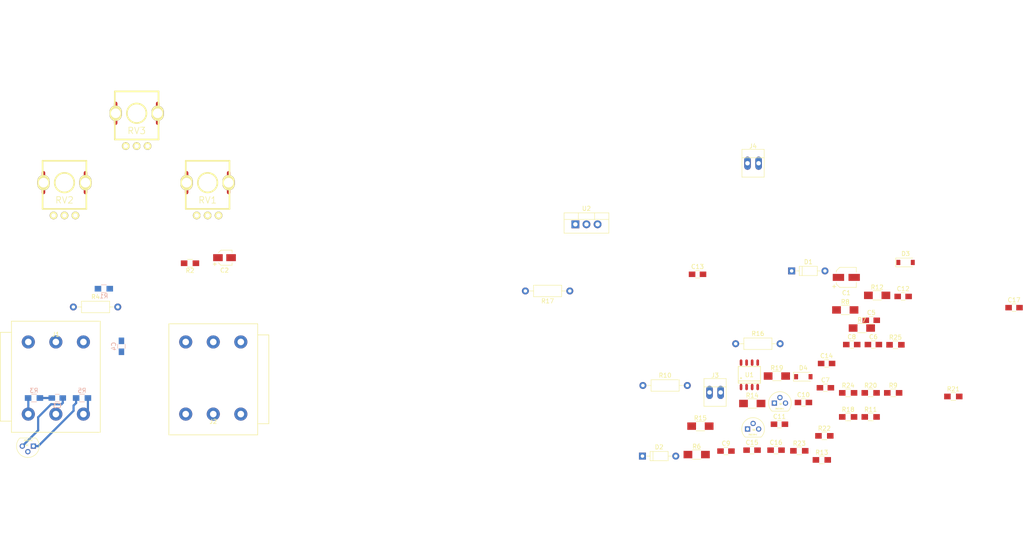
<source format=kicad_pcb>
(kicad_pcb (version 4) (host pcbnew 4.0.5)

  (general
    (links 96)
    (no_connects 91)
    (area 25.394999 30.48 260.585001 155.280001)
    (thickness 1.6)
    (drawings 7)
    (tracks 18)
    (zones 0)
    (modules 58)
    (nets 40)
  )

  (page A4)
  (layers
    (0 F.Cu signal)
    (31 B.Cu signal)
    (32 B.Adhes user)
    (33 F.Adhes user)
    (34 B.Paste user)
    (35 F.Paste user)
    (36 B.SilkS user)
    (37 F.SilkS user)
    (38 B.Mask user)
    (39 F.Mask user)
    (40 Dwgs.User user)
    (41 Cmts.User user)
    (42 Eco1.User user)
    (43 Eco2.User user)
    (44 Edge.Cuts user)
    (45 Margin user)
    (46 B.CrtYd user)
    (47 F.CrtYd user)
    (48 B.Fab user)
    (49 F.Fab user)
  )

  (setup
    (last_trace_width 0.5)
    (trace_clearance 0.5)
    (zone_clearance 0.508)
    (zone_45_only no)
    (trace_min 0.2)
    (segment_width 0.2)
    (edge_width 0.1)
    (via_size 1.4)
    (via_drill 0.8)
    (via_min_size 0.4)
    (via_min_drill 0.3)
    (uvia_size 0.3)
    (uvia_drill 0.1)
    (uvias_allowed no)
    (uvia_min_size 0.2)
    (uvia_min_drill 0.1)
    (pcb_text_width 0.3)
    (pcb_text_size 1.5 1.5)
    (mod_edge_width 0.15)
    (mod_text_size 1 1)
    (mod_text_width 0.15)
    (pad_size 1.5 1.3)
    (pad_drill 0)
    (pad_to_mask_clearance 0)
    (aux_axis_origin 0 0)
    (visible_elements FFFFEF7F)
    (pcbplotparams
      (layerselection 0x00030_80000001)
      (usegerberextensions false)
      (excludeedgelayer true)
      (linewidth 0.100000)
      (plotframeref false)
      (viasonmask false)
      (mode 1)
      (useauxorigin false)
      (hpglpennumber 1)
      (hpglpenspeed 20)
      (hpglpendiameter 15)
      (hpglpenoverlay 2)
      (psnegative false)
      (psa4output false)
      (plotreference true)
      (plotvalue true)
      (plotinvisibletext false)
      (padsonsilk false)
      (subtractmaskfromsilk false)
      (outputformat 1)
      (mirror false)
      (drillshape 1)
      (scaleselection 1)
      (outputdirectory ""))
  )

  (net 0 "")
  (net 1 +9V)
  (net 2 GND)
  (net 3 +4V5)
  (net 4 "Net-(C3-Pad1)")
  (net 5 "Net-(C3-Pad2)")
  (net 6 "Net-(C4-Pad1)")
  (net 7 "Net-(C4-Pad2)")
  (net 8 "Net-(C5-Pad2)")
  (net 9 "Net-(C6-Pad1)")
  (net 10 "Net-(C6-Pad2)")
  (net 11 "Net-(C7-Pad2)")
  (net 12 "Net-(C8-Pad2)")
  (net 13 "Net-(C9-Pad1)")
  (net 14 "Net-(C9-Pad2)")
  (net 15 "Net-(C10-Pad1)")
  (net 16 "Net-(C10-Pad2)")
  (net 17 "Net-(C11-Pad1)")
  (net 18 "Net-(C12-Pad2)")
  (net 19 "Net-(C13-Pad1)")
  (net 20 "Net-(C13-Pad2)")
  (net 21 "Net-(C14-Pad1)")
  (net 22 +12V)
  (net 23 GNDPWR)
  (net 24 "Net-(D2-Pad1)")
  (net 25 "Net-(J1-Pad11)")
  (net 26 "Net-(J1-Pad21)")
  (net 27 "Net-(J1-Pad2)")
  (net 28 "Net-(J1-Pad1)")
  (net 29 "Net-(J2-Pad11)")
  (net 30 "Net-(J2-Pad21)")
  (net 31 "Net-(J2-Pad2)")
  (net 32 "Net-(Q2-Pad1)")
  (net 33 "Net-(Q3-Pad1)")
  (net 34 "Net-(R18-Pad1)")
  (net 35 "Net-(R19-Pad1)")
  (net 36 "Net-(R20-Pad1)")
  (net 37 "Net-(R22-Pad1)")
  (net 38 "Net-(RV1-Pad1)")
  (net 39 "Net-(U1-Pad1)")

  (net_class Default "This is the default net class."
    (clearance 0.5)
    (trace_width 0.5)
    (via_dia 1.4)
    (via_drill 0.8)
    (uvia_dia 0.3)
    (uvia_drill 0.1)
    (add_net +12V)
    (add_net +4V5)
    (add_net +9V)
    (add_net GND)
    (add_net GNDPWR)
    (add_net "Net-(C10-Pad1)")
    (add_net "Net-(C10-Pad2)")
    (add_net "Net-(C11-Pad1)")
    (add_net "Net-(C12-Pad2)")
    (add_net "Net-(C13-Pad1)")
    (add_net "Net-(C13-Pad2)")
    (add_net "Net-(C14-Pad1)")
    (add_net "Net-(C3-Pad1)")
    (add_net "Net-(C3-Pad2)")
    (add_net "Net-(C4-Pad1)")
    (add_net "Net-(C4-Pad2)")
    (add_net "Net-(C5-Pad2)")
    (add_net "Net-(C6-Pad1)")
    (add_net "Net-(C6-Pad2)")
    (add_net "Net-(C7-Pad2)")
    (add_net "Net-(C8-Pad2)")
    (add_net "Net-(C9-Pad1)")
    (add_net "Net-(C9-Pad2)")
    (add_net "Net-(D2-Pad1)")
    (add_net "Net-(J1-Pad1)")
    (add_net "Net-(J1-Pad11)")
    (add_net "Net-(J1-Pad2)")
    (add_net "Net-(J1-Pad21)")
    (add_net "Net-(J2-Pad11)")
    (add_net "Net-(J2-Pad2)")
    (add_net "Net-(J2-Pad21)")
    (add_net "Net-(Q2-Pad1)")
    (add_net "Net-(Q3-Pad1)")
    (add_net "Net-(R18-Pad1)")
    (add_net "Net-(R19-Pad1)")
    (add_net "Net-(R20-Pad1)")
    (add_net "Net-(R22-Pad1)")
    (add_net "Net-(RV1-Pad1)")
    (add_net "Net-(U1-Pad1)")
  )

  (module footprints:TO-92 (layer F.Cu) (tedit 58A595D5) (tstamp 58E93BD7)
    (at 33.54 132 180)
    (descr "TO-92 leads molded, narrow, drill 0.6mm (see NXP sot054_po.pdf)")
    (tags "to-92 sc-43 sc-43a sot54 PA33 transistor")
    (path /58E0F709)
    (fp_text reference Q1 (at 1.45 0.2 180) (layer F.SilkS)
      (effects (font (size 0.3 0.3) (thickness 0.075)))
    )
    (fp_text value 2SC1941 (at 1.2 1.3 180) (layer F.SilkS)
      (effects (font (size 0.3 0.3) (thickness 0.075)))
    )
    (fp_line (start -0.53 1.85) (end 3.07 1.85) (layer F.SilkS) (width 0.12))
    (fp_arc (start 1.27 0) (end 1.27 -2.6) (angle -135) (layer F.SilkS) (width 0.12))
    (fp_arc (start 1.27 0) (end 1.27 -2.6) (angle 135) (layer F.SilkS) (width 0.12))
    (pad 2 thru_hole circle (at 1.27 -1.27 270) (size 1.2 1.2) (drill 0.7) (layers *.Cu *.Mask)
      (net 1 +9V))
    (pad 3 thru_hole circle (at 2.54 0 270) (size 1.2 1.2) (drill 0.7) (layers *.Cu *.Mask)
      (net 5 "Net-(C3-Pad2)"))
    (pad 1 thru_hole rect (at 0 0 270) (size 1.2 1.2) (drill 0.7) (layers *.Cu *.Mask)
      (net 6 "Net-(C4-Pad1)"))
    (model TO_SOT_Packages_THT.3dshapes/TO-92_Molded_Narrow.wrl
      (at (xyz 0.05 0 0))
      (scale (xyz 1 1 1))
      (rotate (xyz 0 0 -90))
    )
  )

  (module footprints:Jack6P (layer F.Cu) (tedit 58E938E2) (tstamp 58E93BBA)
    (at 38.67 105.98)
    (path /58E8B557)
    (fp_text reference J1 (at 0 0.5) (layer F.SilkS)
      (effects (font (size 1 1) (thickness 0.15)))
    )
    (fp_text value AUDIO-JACK-6.3-3P (at 0 -0.5) (layer F.Fab)
      (effects (font (size 1 1) (thickness 0.15)))
    )
    (fp_line (start -10.16 0) (end -12.7 0) (layer F.SilkS) (width 0.15))
    (fp_line (start -12.7 0) (end -12.7 20.32) (layer F.SilkS) (width 0.15))
    (fp_line (start -12.7 20.32) (end -10.16 20.32) (layer F.SilkS) (width 0.15))
    (fp_line (start -10.16 -2.54) (end -10.16 22.86) (layer F.SilkS) (width 0.15))
    (fp_line (start -10.16 22.86) (end 10.16 22.86) (layer F.SilkS) (width 0.15))
    (fp_line (start 10.16 22.86) (end 10.16 -2.54) (layer F.SilkS) (width 0.15))
    (fp_line (start 10.16 -2.54) (end -10.16 -2.54) (layer F.SilkS) (width 0.15))
    (pad 11 thru_hole circle (at -6.3 2.2) (size 3 3) (drill 1.5) (layers *.Cu *.Mask)
      (net 25 "Net-(J1-Pad11)"))
    (pad 21 thru_hole circle (at 0 2.2) (size 3 3) (drill 1.5) (layers *.Cu *.Mask)
      (net 26 "Net-(J1-Pad21)"))
    (pad 31 thru_hole circle (at 6.3 2.2) (size 3 3) (drill 1.5) (layers *.Cu *.Mask))
    (pad 2 thru_hole circle (at 0 18.7) (size 3 3) (drill 1.5) (layers *.Cu *.Mask)
      (net 27 "Net-(J1-Pad2)"))
    (pad 1 thru_hole circle (at -6.3 18.7) (size 3 3) (drill 1.5) (layers *.Cu *.Mask)
      (net 28 "Net-(J1-Pad1)"))
    (pad 3 thru_hole circle (at 6.3 18.7) (size 3 3) (drill 1.5) (layers *.Cu *.Mask)
      (net 2 GND))
  )

  (module Capacitors_SMD:CP_Elec_4x5.8 (layer F.Cu) (tedit 58AA8627) (tstamp 58E93B38)
    (at 219.445001 93.415)
    (descr "SMT capacitor, aluminium electrolytic, 4x5.8")
    (path /58E9BAF7)
    (attr smd)
    (fp_text reference C1 (at 0 3.54) (layer F.SilkS)
      (effects (font (size 1 1) (thickness 0.15)))
    )
    (fp_text value 100uF (at 0 -3.54) (layer F.Fab)
      (effects (font (size 1 1) (thickness 0.15)))
    )
    (fp_circle (center 0 0) (end 0 2) (layer F.Fab) (width 0.1))
    (fp_text user + (at -1.12 -0.06) (layer F.Fab)
      (effects (font (size 1 1) (thickness 0.15)))
    )
    (fp_text user + (at -2.78 2.01) (layer F.SilkS)
      (effects (font (size 1 1) (thickness 0.15)))
    )
    (fp_text user %R (at 0 3.54) (layer F.Fab)
      (effects (font (size 1 1) (thickness 0.15)))
    )
    (fp_line (start 2.13 2.13) (end 2.13 -2.13) (layer F.Fab) (width 0.1))
    (fp_line (start -1.46 2.13) (end 2.13 2.13) (layer F.Fab) (width 0.1))
    (fp_line (start -2.13 1.46) (end -1.46 2.13) (layer F.Fab) (width 0.1))
    (fp_line (start -2.13 -1.46) (end -2.13 1.46) (layer F.Fab) (width 0.1))
    (fp_line (start -1.46 -2.13) (end -2.13 -1.46) (layer F.Fab) (width 0.1))
    (fp_line (start 2.13 -2.13) (end -1.46 -2.13) (layer F.Fab) (width 0.1))
    (fp_line (start -2.29 1.52) (end -2.29 1.12) (layer F.SilkS) (width 0.12))
    (fp_line (start 2.29 2.29) (end 2.29 1.12) (layer F.SilkS) (width 0.12))
    (fp_line (start 2.29 -2.29) (end 2.29 -1.12) (layer F.SilkS) (width 0.12))
    (fp_line (start -2.29 -1.52) (end -2.29 -1.12) (layer F.SilkS) (width 0.12))
    (fp_line (start -1.52 2.29) (end 2.29 2.29) (layer F.SilkS) (width 0.12))
    (fp_line (start -1.52 2.29) (end -2.29 1.52) (layer F.SilkS) (width 0.12))
    (fp_line (start -1.52 -2.29) (end 2.29 -2.29) (layer F.SilkS) (width 0.12))
    (fp_line (start -1.52 -2.29) (end -2.29 -1.52) (layer F.SilkS) (width 0.12))
    (fp_line (start -3.35 -2.39) (end 3.35 -2.39) (layer F.CrtYd) (width 0.05))
    (fp_line (start -3.35 -2.39) (end -3.35 2.38) (layer F.CrtYd) (width 0.05))
    (fp_line (start 3.35 2.38) (end 3.35 -2.39) (layer F.CrtYd) (width 0.05))
    (fp_line (start 3.35 2.38) (end -3.35 2.38) (layer F.CrtYd) (width 0.05))
    (pad 1 smd rect (at -1.8 0 180) (size 2.6 1.6) (layers F.Cu F.Paste F.Mask)
      (net 1 +9V))
    (pad 2 smd rect (at 1.8 0 180) (size 2.6 1.6) (layers F.Cu F.Paste F.Mask)
      (net 2 GND))
    (model Capacitors_SMD.3dshapes/CP_Elec_4x5.8.wrl
      (at (xyz 0 0 0))
      (scale (xyz 1 1 1))
      (rotate (xyz 0 0 180))
    )
  )

  (module Capacitors_SMD:CP_Elec_3x5.3 (layer F.Cu) (tedit 58AA85CF) (tstamp 58E93B3E)
    (at 77.24 88.9)
    (descr "SMT capacitor, aluminium electrolytic, 3x5.3")
    (path /58E9BC3A)
    (attr smd)
    (fp_text reference C2 (at 0 2.9) (layer F.SilkS)
      (effects (font (size 1 1) (thickness 0.15)))
    )
    (fp_text value 47uF (at -0.03 -2.9) (layer F.Fab)
      (effects (font (size 1 1) (thickness 0.15)))
    )
    (fp_circle (center 0 0) (end 0.3 1.5) (layer F.Fab) (width 0.1))
    (fp_text user + (at -0.94 -0.08) (layer F.Fab)
      (effects (font (size 1 1) (thickness 0.15)))
    )
    (fp_text user + (at -2.22 1.4) (layer F.SilkS)
      (effects (font (size 1 1) (thickness 0.15)))
    )
    (fp_text user %R (at 0 2.9) (layer F.Fab)
      (effects (font (size 1 1) (thickness 0.15)))
    )
    (fp_line (start -1.56 -0.75) (end -1.56 0.77) (layer F.Fab) (width 0.1))
    (fp_line (start -0.75 -1.56) (end -1.56 -0.75) (layer F.Fab) (width 0.1))
    (fp_line (start -0.76 1.57) (end -1.56 0.77) (layer F.Fab) (width 0.1))
    (fp_line (start 1.57 1.57) (end 1.57 -1.56) (layer F.Fab) (width 0.1))
    (fp_line (start 1.56 1.57) (end -0.76 1.57) (layer F.Fab) (width 0.1))
    (fp_line (start 1.57 -1.56) (end -0.75 -1.56) (layer F.Fab) (width 0.1))
    (fp_line (start -0.83 1.73) (end -1.44 1.12) (layer F.SilkS) (width 0.12))
    (fp_line (start 1.73 1.73) (end 1.73 1.12) (layer F.SilkS) (width 0.12))
    (fp_line (start -0.81 -1.71) (end -1.41 -1.12) (layer F.SilkS) (width 0.12))
    (fp_line (start 1.73 -1.71) (end 1.73 -1.12) (layer F.SilkS) (width 0.12))
    (fp_line (start -0.83 1.73) (end 1.71 1.73) (layer F.SilkS) (width 0.12))
    (fp_line (start 1.73 -1.71) (end -0.81 -1.71) (layer F.SilkS) (width 0.12))
    (fp_line (start -2.85 -1.82) (end 2.85 -1.82) (layer F.CrtYd) (width 0.05))
    (fp_line (start -2.85 -1.82) (end -2.85 1.82) (layer F.CrtYd) (width 0.05))
    (fp_line (start 2.85 1.82) (end 2.85 -1.82) (layer F.CrtYd) (width 0.05))
    (fp_line (start 2.85 1.82) (end -2.85 1.82) (layer F.CrtYd) (width 0.05))
    (pad 2 smd rect (at 1.5 0) (size 2.2 1.6) (layers F.Cu F.Paste F.Mask)
      (net 2 GND))
    (pad 1 smd rect (at -1.5 0) (size 2.2 1.6) (layers F.Cu F.Paste F.Mask)
      (net 3 +4V5))
    (model Capacitors_SMD.3dshapes/CP_Elec_3x5.3.wrl
      (at (xyz 0 0 0))
      (scale (xyz 1 1 1))
      (rotate (xyz 0 0 180))
    )
  )

  (module Capacitors_SMD:C_0805_HandSoldering (layer B.Cu) (tedit 58AA84A8) (tstamp 58E93B44)
    (at 39 121)
    (descr "Capacitor SMD 0805, hand soldering")
    (tags "capacitor 0805")
    (path /58E0F209)
    (attr smd)
    (fp_text reference C3 (at 0 1.75) (layer B.SilkS)
      (effects (font (size 1 1) (thickness 0.15)) (justify mirror))
    )
    (fp_text value 47n (at 0 -1.75) (layer B.Fab)
      (effects (font (size 1 1) (thickness 0.15)) (justify mirror))
    )
    (fp_text user %R (at 0 1.75) (layer B.Fab)
      (effects (font (size 1 1) (thickness 0.15)) (justify mirror))
    )
    (fp_line (start -1 -0.62) (end -1 0.62) (layer B.Fab) (width 0.1))
    (fp_line (start 1 -0.62) (end -1 -0.62) (layer B.Fab) (width 0.1))
    (fp_line (start 1 0.62) (end 1 -0.62) (layer B.Fab) (width 0.1))
    (fp_line (start -1 0.62) (end 1 0.62) (layer B.Fab) (width 0.1))
    (fp_line (start 0.5 0.85) (end -0.5 0.85) (layer B.SilkS) (width 0.12))
    (fp_line (start -0.5 -0.85) (end 0.5 -0.85) (layer B.SilkS) (width 0.12))
    (fp_line (start -2.25 0.88) (end 2.25 0.88) (layer B.CrtYd) (width 0.05))
    (fp_line (start -2.25 0.88) (end -2.25 -0.87) (layer B.CrtYd) (width 0.05))
    (fp_line (start 2.25 -0.87) (end 2.25 0.88) (layer B.CrtYd) (width 0.05))
    (fp_line (start 2.25 -0.87) (end -2.25 -0.87) (layer B.CrtYd) (width 0.05))
    (pad 1 smd rect (at -1.25 0) (size 1.5 1.25) (layers B.Cu B.Paste B.Mask)
      (net 4 "Net-(C3-Pad1)"))
    (pad 2 smd rect (at 1.25 0) (size 1.5 1.25) (layers B.Cu B.Paste B.Mask)
      (net 5 "Net-(C3-Pad2)"))
    (model Capacitors_SMD.3dshapes/C_0805.wrl
      (at (xyz 0 0 0))
      (scale (xyz 1 1 1))
      (rotate (xyz 0 0 0))
    )
  )

  (module Capacitors_SMD:C_0805_HandSoldering (layer B.Cu) (tedit 58AA84A8) (tstamp 58E93B4A)
    (at 53.67 109.18 270)
    (descr "Capacitor SMD 0805, hand soldering")
    (tags "capacitor 0805")
    (path /58E100D9)
    (attr smd)
    (fp_text reference C4 (at 0 1.75 270) (layer B.SilkS)
      (effects (font (size 1 1) (thickness 0.15)) (justify mirror))
    )
    (fp_text value 0.47uF (at 0 -1.75 270) (layer B.Fab)
      (effects (font (size 1 1) (thickness 0.15)) (justify mirror))
    )
    (fp_text user %R (at 0 1.75 270) (layer B.Fab)
      (effects (font (size 1 1) (thickness 0.15)) (justify mirror))
    )
    (fp_line (start -1 -0.62) (end -1 0.62) (layer B.Fab) (width 0.1))
    (fp_line (start 1 -0.62) (end -1 -0.62) (layer B.Fab) (width 0.1))
    (fp_line (start 1 0.62) (end 1 -0.62) (layer B.Fab) (width 0.1))
    (fp_line (start -1 0.62) (end 1 0.62) (layer B.Fab) (width 0.1))
    (fp_line (start 0.5 0.85) (end -0.5 0.85) (layer B.SilkS) (width 0.12))
    (fp_line (start -0.5 -0.85) (end 0.5 -0.85) (layer B.SilkS) (width 0.12))
    (fp_line (start -2.25 0.88) (end 2.25 0.88) (layer B.CrtYd) (width 0.05))
    (fp_line (start -2.25 0.88) (end -2.25 -0.87) (layer B.CrtYd) (width 0.05))
    (fp_line (start 2.25 -0.87) (end 2.25 0.88) (layer B.CrtYd) (width 0.05))
    (fp_line (start 2.25 -0.87) (end -2.25 -0.87) (layer B.CrtYd) (width 0.05))
    (pad 1 smd rect (at -1.25 0 270) (size 1.5 1.25) (layers B.Cu B.Paste B.Mask)
      (net 6 "Net-(C4-Pad1)"))
    (pad 2 smd rect (at 1.25 0 270) (size 1.5 1.25) (layers B.Cu B.Paste B.Mask)
      (net 7 "Net-(C4-Pad2)"))
    (model Capacitors_SMD.3dshapes/C_0805.wrl
      (at (xyz 0 0 0))
      (scale (xyz 1 1 1))
      (rotate (xyz 0 0 0))
    )
  )

  (module Capacitors_SMD:C_0805_HandSoldering (layer F.Cu) (tedit 58AA84A8) (tstamp 58E93B50)
    (at 225.155001 103.225)
    (descr "Capacitor SMD 0805, hand soldering")
    (tags "capacitor 0805")
    (path /58E10C77)
    (attr smd)
    (fp_text reference C5 (at 0 -1.75) (layer F.SilkS)
      (effects (font (size 1 1) (thickness 0.15)))
    )
    (fp_text value 47n (at 0 1.75) (layer F.Fab)
      (effects (font (size 1 1) (thickness 0.15)))
    )
    (fp_text user %R (at 0 -1.75) (layer F.Fab)
      (effects (font (size 1 1) (thickness 0.15)))
    )
    (fp_line (start -1 0.62) (end -1 -0.62) (layer F.Fab) (width 0.1))
    (fp_line (start 1 0.62) (end -1 0.62) (layer F.Fab) (width 0.1))
    (fp_line (start 1 -0.62) (end 1 0.62) (layer F.Fab) (width 0.1))
    (fp_line (start -1 -0.62) (end 1 -0.62) (layer F.Fab) (width 0.1))
    (fp_line (start 0.5 -0.85) (end -0.5 -0.85) (layer F.SilkS) (width 0.12))
    (fp_line (start -0.5 0.85) (end 0.5 0.85) (layer F.SilkS) (width 0.12))
    (fp_line (start -2.25 -0.88) (end 2.25 -0.88) (layer F.CrtYd) (width 0.05))
    (fp_line (start -2.25 -0.88) (end -2.25 0.87) (layer F.CrtYd) (width 0.05))
    (fp_line (start 2.25 0.87) (end 2.25 -0.88) (layer F.CrtYd) (width 0.05))
    (fp_line (start 2.25 0.87) (end -2.25 0.87) (layer F.CrtYd) (width 0.05))
    (pad 1 smd rect (at -1.25 0) (size 1.5 1.25) (layers F.Cu F.Paste F.Mask)
      (net 7 "Net-(C4-Pad2)"))
    (pad 2 smd rect (at 1.25 0) (size 1.5 1.25) (layers F.Cu F.Paste F.Mask)
      (net 8 "Net-(C5-Pad2)"))
    (model Capacitors_SMD.3dshapes/C_0805.wrl
      (at (xyz 0 0 0))
      (scale (xyz 1 1 1))
      (rotate (xyz 0 0 0))
    )
  )

  (module Capacitors_SMD:C_0805_HandSoldering (layer F.Cu) (tedit 58AA84A8) (tstamp 58E93B56)
    (at 225.635001 108.775)
    (descr "Capacitor SMD 0805, hand soldering")
    (tags "capacitor 0805")
    (path /58E53839)
    (attr smd)
    (fp_text reference C6 (at 0 -1.75) (layer F.SilkS)
      (effects (font (size 1 1) (thickness 0.15)))
    )
    (fp_text value 1uF (at 0 1.75) (layer F.Fab)
      (effects (font (size 1 1) (thickness 0.15)))
    )
    (fp_text user %R (at 0 -1.75) (layer F.Fab)
      (effects (font (size 1 1) (thickness 0.15)))
    )
    (fp_line (start -1 0.62) (end -1 -0.62) (layer F.Fab) (width 0.1))
    (fp_line (start 1 0.62) (end -1 0.62) (layer F.Fab) (width 0.1))
    (fp_line (start 1 -0.62) (end 1 0.62) (layer F.Fab) (width 0.1))
    (fp_line (start -1 -0.62) (end 1 -0.62) (layer F.Fab) (width 0.1))
    (fp_line (start 0.5 -0.85) (end -0.5 -0.85) (layer F.SilkS) (width 0.12))
    (fp_line (start -0.5 0.85) (end 0.5 0.85) (layer F.SilkS) (width 0.12))
    (fp_line (start -2.25 -0.88) (end 2.25 -0.88) (layer F.CrtYd) (width 0.05))
    (fp_line (start -2.25 -0.88) (end -2.25 0.87) (layer F.CrtYd) (width 0.05))
    (fp_line (start 2.25 0.87) (end 2.25 -0.88) (layer F.CrtYd) (width 0.05))
    (fp_line (start 2.25 0.87) (end -2.25 0.87) (layer F.CrtYd) (width 0.05))
    (pad 1 smd rect (at -1.25 0) (size 1.5 1.25) (layers F.Cu F.Paste F.Mask)
      (net 9 "Net-(C6-Pad1)"))
    (pad 2 smd rect (at 1.25 0) (size 1.5 1.25) (layers F.Cu F.Paste F.Mask)
      (net 10 "Net-(C6-Pad2)"))
    (model Capacitors_SMD.3dshapes/C_0805.wrl
      (at (xyz 0 0 0))
      (scale (xyz 1 1 1))
      (rotate (xyz 0 0 0))
    )
  )

  (module Capacitors_SMD:C_0805_HandSoldering (layer F.Cu) (tedit 58AA84A8) (tstamp 58E93B5C)
    (at 214.665001 118.655)
    (descr "Capacitor SMD 0805, hand soldering")
    (tags "capacitor 0805")
    (path /58E10812)
    (attr smd)
    (fp_text reference C7 (at 0 -1.75) (layer F.SilkS)
      (effects (font (size 1 1) (thickness 0.15)))
    )
    (fp_text value 250p (at 0 1.75) (layer F.Fab)
      (effects (font (size 1 1) (thickness 0.15)))
    )
    (fp_text user %R (at 0 -1.75) (layer F.Fab)
      (effects (font (size 1 1) (thickness 0.15)))
    )
    (fp_line (start -1 0.62) (end -1 -0.62) (layer F.Fab) (width 0.1))
    (fp_line (start 1 0.62) (end -1 0.62) (layer F.Fab) (width 0.1))
    (fp_line (start 1 -0.62) (end 1 0.62) (layer F.Fab) (width 0.1))
    (fp_line (start -1 -0.62) (end 1 -0.62) (layer F.Fab) (width 0.1))
    (fp_line (start 0.5 -0.85) (end -0.5 -0.85) (layer F.SilkS) (width 0.12))
    (fp_line (start -0.5 0.85) (end 0.5 0.85) (layer F.SilkS) (width 0.12))
    (fp_line (start -2.25 -0.88) (end 2.25 -0.88) (layer F.CrtYd) (width 0.05))
    (fp_line (start -2.25 -0.88) (end -2.25 0.87) (layer F.CrtYd) (width 0.05))
    (fp_line (start 2.25 0.87) (end 2.25 -0.88) (layer F.CrtYd) (width 0.05))
    (fp_line (start 2.25 0.87) (end -2.25 0.87) (layer F.CrtYd) (width 0.05))
    (pad 1 smd rect (at -1.25 0) (size 1.5 1.25) (layers F.Cu F.Paste F.Mask)
      (net 8 "Net-(C5-Pad2)"))
    (pad 2 smd rect (at 1.25 0) (size 1.5 1.25) (layers F.Cu F.Paste F.Mask)
      (net 11 "Net-(C7-Pad2)"))
    (model Capacitors_SMD.3dshapes/C_0805.wrl
      (at (xyz 0 0 0))
      (scale (xyz 1 1 1))
      (rotate (xyz 0 0 0))
    )
  )

  (module Capacitors_SMD:C_0805_HandSoldering (layer F.Cu) (tedit 58AA84A8) (tstamp 58E93B62)
    (at 220.685001 108.775)
    (descr "Capacitor SMD 0805, hand soldering")
    (tags "capacitor 0805")
    (path /58E1FA53)
    (attr smd)
    (fp_text reference C8 (at 0 -1.75) (layer F.SilkS)
      (effects (font (size 1 1) (thickness 0.15)))
    )
    (fp_text value 68n (at 0 1.75) (layer F.Fab)
      (effects (font (size 1 1) (thickness 0.15)))
    )
    (fp_text user %R (at 0 -1.75) (layer F.Fab)
      (effects (font (size 1 1) (thickness 0.15)))
    )
    (fp_line (start -1 0.62) (end -1 -0.62) (layer F.Fab) (width 0.1))
    (fp_line (start 1 0.62) (end -1 0.62) (layer F.Fab) (width 0.1))
    (fp_line (start 1 -0.62) (end 1 0.62) (layer F.Fab) (width 0.1))
    (fp_line (start -1 -0.62) (end 1 -0.62) (layer F.Fab) (width 0.1))
    (fp_line (start 0.5 -0.85) (end -0.5 -0.85) (layer F.SilkS) (width 0.12))
    (fp_line (start -0.5 0.85) (end 0.5 0.85) (layer F.SilkS) (width 0.12))
    (fp_line (start -2.25 -0.88) (end 2.25 -0.88) (layer F.CrtYd) (width 0.05))
    (fp_line (start -2.25 -0.88) (end -2.25 0.87) (layer F.CrtYd) (width 0.05))
    (fp_line (start 2.25 0.87) (end 2.25 -0.88) (layer F.CrtYd) (width 0.05))
    (fp_line (start 2.25 0.87) (end -2.25 0.87) (layer F.CrtYd) (width 0.05))
    (pad 1 smd rect (at -1.25 0) (size 1.5 1.25) (layers F.Cu F.Paste F.Mask)
      (net 11 "Net-(C7-Pad2)"))
    (pad 2 smd rect (at 1.25 0) (size 1.5 1.25) (layers F.Cu F.Paste F.Mask)
      (net 12 "Net-(C8-Pad2)"))
    (model Capacitors_SMD.3dshapes/C_0805.wrl
      (at (xyz 0 0 0))
      (scale (xyz 1 1 1))
      (rotate (xyz 0 0 0))
    )
  )

  (module Capacitors_SMD:C_0805_HandSoldering (layer F.Cu) (tedit 58AA84A8) (tstamp 58E93B68)
    (at 191.923809 133.135)
    (descr "Capacitor SMD 0805, hand soldering")
    (tags "capacitor 0805")
    (path /58E4F564)
    (attr smd)
    (fp_text reference C9 (at 0 -1.75) (layer F.SilkS)
      (effects (font (size 1 1) (thickness 0.15)))
    )
    (fp_text value 0.047uF (at 0 1.75) (layer F.Fab)
      (effects (font (size 1 1) (thickness 0.15)))
    )
    (fp_text user %R (at 0 -1.75) (layer F.Fab)
      (effects (font (size 1 1) (thickness 0.15)))
    )
    (fp_line (start -1 0.62) (end -1 -0.62) (layer F.Fab) (width 0.1))
    (fp_line (start 1 0.62) (end -1 0.62) (layer F.Fab) (width 0.1))
    (fp_line (start 1 -0.62) (end 1 0.62) (layer F.Fab) (width 0.1))
    (fp_line (start -1 -0.62) (end 1 -0.62) (layer F.Fab) (width 0.1))
    (fp_line (start 0.5 -0.85) (end -0.5 -0.85) (layer F.SilkS) (width 0.12))
    (fp_line (start -0.5 0.85) (end 0.5 0.85) (layer F.SilkS) (width 0.12))
    (fp_line (start -2.25 -0.88) (end 2.25 -0.88) (layer F.CrtYd) (width 0.05))
    (fp_line (start -2.25 -0.88) (end -2.25 0.87) (layer F.CrtYd) (width 0.05))
    (fp_line (start 2.25 0.87) (end 2.25 -0.88) (layer F.CrtYd) (width 0.05))
    (fp_line (start 2.25 0.87) (end -2.25 0.87) (layer F.CrtYd) (width 0.05))
    (pad 1 smd rect (at -1.25 0) (size 1.5 1.25) (layers F.Cu F.Paste F.Mask)
      (net 13 "Net-(C9-Pad1)"))
    (pad 2 smd rect (at 1.25 0) (size 1.5 1.25) (layers F.Cu F.Paste F.Mask)
      (net 14 "Net-(C9-Pad2)"))
    (model Capacitors_SMD.3dshapes/C_0805.wrl
      (at (xyz 0 0 0))
      (scale (xyz 1 1 1))
      (rotate (xyz 0 0 0))
    )
  )

  (module Capacitors_SMD:C_0805_HandSoldering (layer F.Cu) (tedit 58AA84A8) (tstamp 58E93B6E)
    (at 209.639524 122.025)
    (descr "Capacitor SMD 0805, hand soldering")
    (tags "capacitor 0805")
    (path /58E45902)
    (attr smd)
    (fp_text reference C10 (at 0 -1.75) (layer F.SilkS)
      (effects (font (size 1 1) (thickness 0.15)))
    )
    (fp_text value 100pF (at 0 1.75) (layer F.Fab)
      (effects (font (size 1 1) (thickness 0.15)))
    )
    (fp_text user %R (at 0 -1.75) (layer F.Fab)
      (effects (font (size 1 1) (thickness 0.15)))
    )
    (fp_line (start -1 0.62) (end -1 -0.62) (layer F.Fab) (width 0.1))
    (fp_line (start 1 0.62) (end -1 0.62) (layer F.Fab) (width 0.1))
    (fp_line (start 1 -0.62) (end 1 0.62) (layer F.Fab) (width 0.1))
    (fp_line (start -1 -0.62) (end 1 -0.62) (layer F.Fab) (width 0.1))
    (fp_line (start 0.5 -0.85) (end -0.5 -0.85) (layer F.SilkS) (width 0.12))
    (fp_line (start -0.5 0.85) (end 0.5 0.85) (layer F.SilkS) (width 0.12))
    (fp_line (start -2.25 -0.88) (end 2.25 -0.88) (layer F.CrtYd) (width 0.05))
    (fp_line (start -2.25 -0.88) (end -2.25 0.87) (layer F.CrtYd) (width 0.05))
    (fp_line (start 2.25 0.87) (end 2.25 -0.88) (layer F.CrtYd) (width 0.05))
    (fp_line (start 2.25 0.87) (end -2.25 0.87) (layer F.CrtYd) (width 0.05))
    (pad 1 smd rect (at -1.25 0) (size 1.5 1.25) (layers F.Cu F.Paste F.Mask)
      (net 15 "Net-(C10-Pad1)"))
    (pad 2 smd rect (at 1.25 0) (size 1.5 1.25) (layers F.Cu F.Paste F.Mask)
      (net 16 "Net-(C10-Pad2)"))
    (model Capacitors_SMD.3dshapes/C_0805.wrl
      (at (xyz 0 0 0))
      (scale (xyz 1 1 1))
      (rotate (xyz 0 0 0))
    )
  )

  (module Capacitors_SMD:C_0805_HandSoldering (layer F.Cu) (tedit 58AA84A8) (tstamp 58E93B74)
    (at 204.157619 126.995)
    (descr "Capacitor SMD 0805, hand soldering")
    (tags "capacitor 0805")
    (path /58E48355)
    (attr smd)
    (fp_text reference C11 (at 0 -1.75) (layer F.SilkS)
      (effects (font (size 1 1) (thickness 0.15)))
    )
    (fp_text value 0.47uF (at 0 1.75) (layer F.Fab)
      (effects (font (size 1 1) (thickness 0.15)))
    )
    (fp_text user %R (at 0 -1.75) (layer F.Fab)
      (effects (font (size 1 1) (thickness 0.15)))
    )
    (fp_line (start -1 0.62) (end -1 -0.62) (layer F.Fab) (width 0.1))
    (fp_line (start 1 0.62) (end -1 0.62) (layer F.Fab) (width 0.1))
    (fp_line (start 1 -0.62) (end 1 0.62) (layer F.Fab) (width 0.1))
    (fp_line (start -1 -0.62) (end 1 -0.62) (layer F.Fab) (width 0.1))
    (fp_line (start 0.5 -0.85) (end -0.5 -0.85) (layer F.SilkS) (width 0.12))
    (fp_line (start -0.5 0.85) (end 0.5 0.85) (layer F.SilkS) (width 0.12))
    (fp_line (start -2.25 -0.88) (end 2.25 -0.88) (layer F.CrtYd) (width 0.05))
    (fp_line (start -2.25 -0.88) (end -2.25 0.87) (layer F.CrtYd) (width 0.05))
    (fp_line (start 2.25 0.87) (end 2.25 -0.88) (layer F.CrtYd) (width 0.05))
    (fp_line (start 2.25 0.87) (end -2.25 0.87) (layer F.CrtYd) (width 0.05))
    (pad 1 smd rect (at -1.25 0) (size 1.5 1.25) (layers F.Cu F.Paste F.Mask)
      (net 17 "Net-(C11-Pad1)"))
    (pad 2 smd rect (at 1.25 0) (size 1.5 1.25) (layers F.Cu F.Paste F.Mask)
      (net 2 GND))
    (model Capacitors_SMD.3dshapes/C_0805.wrl
      (at (xyz 0 0 0))
      (scale (xyz 1 1 1))
      (rotate (xyz 0 0 0))
    )
  )

  (module Capacitors_SMD:C_0805_HandSoldering (layer F.Cu) (tedit 58AA84A8) (tstamp 58E93B7A)
    (at 232.445001 97.775)
    (descr "Capacitor SMD 0805, hand soldering")
    (tags "capacitor 0805")
    (path /58E4CFC6)
    (attr smd)
    (fp_text reference C12 (at 0 -1.75) (layer F.SilkS)
      (effects (font (size 1 1) (thickness 0.15)))
    )
    (fp_text value 0.1uF (at 0 1.75) (layer F.Fab)
      (effects (font (size 1 1) (thickness 0.15)))
    )
    (fp_text user %R (at 0 -1.75) (layer F.Fab)
      (effects (font (size 1 1) (thickness 0.15)))
    )
    (fp_line (start -1 0.62) (end -1 -0.62) (layer F.Fab) (width 0.1))
    (fp_line (start 1 0.62) (end -1 0.62) (layer F.Fab) (width 0.1))
    (fp_line (start 1 -0.62) (end 1 0.62) (layer F.Fab) (width 0.1))
    (fp_line (start -1 -0.62) (end 1 -0.62) (layer F.Fab) (width 0.1))
    (fp_line (start 0.5 -0.85) (end -0.5 -0.85) (layer F.SilkS) (width 0.12))
    (fp_line (start -0.5 0.85) (end 0.5 0.85) (layer F.SilkS) (width 0.12))
    (fp_line (start -2.25 -0.88) (end 2.25 -0.88) (layer F.CrtYd) (width 0.05))
    (fp_line (start -2.25 -0.88) (end -2.25 0.87) (layer F.CrtYd) (width 0.05))
    (fp_line (start 2.25 0.87) (end 2.25 -0.88) (layer F.CrtYd) (width 0.05))
    (fp_line (start 2.25 0.87) (end -2.25 0.87) (layer F.CrtYd) (width 0.05))
    (pad 1 smd rect (at -1.25 0) (size 1.5 1.25) (layers F.Cu F.Paste F.Mask)
      (net 3 +4V5))
    (pad 2 smd rect (at 1.25 0) (size 1.5 1.25) (layers F.Cu F.Paste F.Mask)
      (net 18 "Net-(C12-Pad2)"))
    (model Capacitors_SMD.3dshapes/C_0805.wrl
      (at (xyz 0 0 0))
      (scale (xyz 1 1 1))
      (rotate (xyz 0 0 0))
    )
  )

  (module Capacitors_SMD:C_0805_HandSoldering (layer F.Cu) (tedit 58AA84A8) (tstamp 58E93B80)
    (at 185.42 92.71)
    (descr "Capacitor SMD 0805, hand soldering")
    (tags "capacitor 0805")
    (path /58E4D8EF)
    (attr smd)
    (fp_text reference C13 (at 0 -1.75) (layer F.SilkS)
      (effects (font (size 1 1) (thickness 0.15)))
    )
    (fp_text value 0.022uF (at 0 1.75) (layer F.Fab)
      (effects (font (size 1 1) (thickness 0.15)))
    )
    (fp_text user %R (at 0 -1.75) (layer F.Fab)
      (effects (font (size 1 1) (thickness 0.15)))
    )
    (fp_line (start -1 0.62) (end -1 -0.62) (layer F.Fab) (width 0.1))
    (fp_line (start 1 0.62) (end -1 0.62) (layer F.Fab) (width 0.1))
    (fp_line (start 1 -0.62) (end 1 0.62) (layer F.Fab) (width 0.1))
    (fp_line (start -1 -0.62) (end 1 -0.62) (layer F.Fab) (width 0.1))
    (fp_line (start 0.5 -0.85) (end -0.5 -0.85) (layer F.SilkS) (width 0.12))
    (fp_line (start -0.5 0.85) (end 0.5 0.85) (layer F.SilkS) (width 0.12))
    (fp_line (start -2.25 -0.88) (end 2.25 -0.88) (layer F.CrtYd) (width 0.05))
    (fp_line (start -2.25 -0.88) (end -2.25 0.87) (layer F.CrtYd) (width 0.05))
    (fp_line (start 2.25 0.87) (end 2.25 -0.88) (layer F.CrtYd) (width 0.05))
    (fp_line (start 2.25 0.87) (end -2.25 0.87) (layer F.CrtYd) (width 0.05))
    (pad 1 smd rect (at -1.25 0) (size 1.5 1.25) (layers F.Cu F.Paste F.Mask)
      (net 19 "Net-(C13-Pad1)"))
    (pad 2 smd rect (at 1.25 0) (size 1.5 1.25) (layers F.Cu F.Paste F.Mask)
      (net 20 "Net-(C13-Pad2)"))
    (model Capacitors_SMD.3dshapes/C_0805.wrl
      (at (xyz 0 0 0))
      (scale (xyz 1 1 1))
      (rotate (xyz 0 0 0))
    )
  )

  (module Capacitors_SMD:C_0805_HandSoldering (layer F.Cu) (tedit 58AA84A8) (tstamp 58E93B86)
    (at 214.937619 113.105)
    (descr "Capacitor SMD 0805, hand soldering")
    (tags "capacitor 0805")
    (path /58E49192)
    (attr smd)
    (fp_text reference C14 (at 0 -1.75) (layer F.SilkS)
      (effects (font (size 1 1) (thickness 0.15)))
    )
    (fp_text value 0.47uF (at 0 1.75) (layer F.Fab)
      (effects (font (size 1 1) (thickness 0.15)))
    )
    (fp_text user %R (at 0 -1.75) (layer F.Fab)
      (effects (font (size 1 1) (thickness 0.15)))
    )
    (fp_line (start -1 0.62) (end -1 -0.62) (layer F.Fab) (width 0.1))
    (fp_line (start 1 0.62) (end -1 0.62) (layer F.Fab) (width 0.1))
    (fp_line (start 1 -0.62) (end 1 0.62) (layer F.Fab) (width 0.1))
    (fp_line (start -1 -0.62) (end 1 -0.62) (layer F.Fab) (width 0.1))
    (fp_line (start 0.5 -0.85) (end -0.5 -0.85) (layer F.SilkS) (width 0.12))
    (fp_line (start -0.5 0.85) (end 0.5 0.85) (layer F.SilkS) (width 0.12))
    (fp_line (start -2.25 -0.88) (end 2.25 -0.88) (layer F.CrtYd) (width 0.05))
    (fp_line (start -2.25 -0.88) (end -2.25 0.87) (layer F.CrtYd) (width 0.05))
    (fp_line (start 2.25 0.87) (end 2.25 -0.88) (layer F.CrtYd) (width 0.05))
    (fp_line (start 2.25 0.87) (end -2.25 0.87) (layer F.CrtYd) (width 0.05))
    (pad 1 smd rect (at -1.25 0) (size 1.5 1.25) (layers F.Cu F.Paste F.Mask)
      (net 21 "Net-(C14-Pad1)"))
    (pad 2 smd rect (at 1.25 0) (size 1.5 1.25) (layers F.Cu F.Paste F.Mask)
      (net 20 "Net-(C13-Pad2)"))
    (model Capacitors_SMD.3dshapes/C_0805.wrl
      (at (xyz 0 0 0))
      (scale (xyz 1 1 1))
      (rotate (xyz 0 0 0))
    )
  )

  (module Capacitors_SMD:C_0805_HandSoldering (layer F.Cu) (tedit 58AA84A8) (tstamp 58E93B8C)
    (at 197.887619 132.925)
    (descr "Capacitor SMD 0805, hand soldering")
    (tags "capacitor 0805")
    (path /58E49AA9)
    (attr smd)
    (fp_text reference C15 (at 0 -1.75) (layer F.SilkS)
      (effects (font (size 1 1) (thickness 0.15)))
    )
    (fp_text value 0.01uF (at 0 1.75) (layer F.Fab)
      (effects (font (size 1 1) (thickness 0.15)))
    )
    (fp_text user %R (at 0 -1.75) (layer F.Fab)
      (effects (font (size 1 1) (thickness 0.15)))
    )
    (fp_line (start -1 0.62) (end -1 -0.62) (layer F.Fab) (width 0.1))
    (fp_line (start 1 0.62) (end -1 0.62) (layer F.Fab) (width 0.1))
    (fp_line (start 1 -0.62) (end 1 0.62) (layer F.Fab) (width 0.1))
    (fp_line (start -1 -0.62) (end 1 -0.62) (layer F.Fab) (width 0.1))
    (fp_line (start 0.5 -0.85) (end -0.5 -0.85) (layer F.SilkS) (width 0.12))
    (fp_line (start -0.5 0.85) (end 0.5 0.85) (layer F.SilkS) (width 0.12))
    (fp_line (start -2.25 -0.88) (end 2.25 -0.88) (layer F.CrtYd) (width 0.05))
    (fp_line (start -2.25 -0.88) (end -2.25 0.87) (layer F.CrtYd) (width 0.05))
    (fp_line (start 2.25 0.87) (end 2.25 -0.88) (layer F.CrtYd) (width 0.05))
    (fp_line (start 2.25 0.87) (end -2.25 0.87) (layer F.CrtYd) (width 0.05))
    (pad 1 smd rect (at -1.25 0) (size 1.5 1.25) (layers F.Cu F.Paste F.Mask)
      (net 20 "Net-(C13-Pad2)"))
    (pad 2 smd rect (at 1.25 0) (size 1.5 1.25) (layers F.Cu F.Paste F.Mask)
      (net 2 GND))
    (model Capacitors_SMD.3dshapes/C_0805.wrl
      (at (xyz 0 0 0))
      (scale (xyz 1 1 1))
      (rotate (xyz 0 0 0))
    )
  )

  (module Capacitors_SMD:C_0805_HandSoldering (layer F.Cu) (tedit 58AA84A8) (tstamp 58E93B92)
    (at 203.377619 132.925)
    (descr "Capacitor SMD 0805, hand soldering")
    (tags "capacitor 0805")
    (path /58EA9EDB)
    (attr smd)
    (fp_text reference C16 (at 0 -1.75) (layer F.SilkS)
      (effects (font (size 1 1) (thickness 0.15)))
    )
    (fp_text value 0.33uF (at 0 1.75) (layer F.Fab)
      (effects (font (size 1 1) (thickness 0.15)))
    )
    (fp_text user %R (at 0 -1.75) (layer F.Fab)
      (effects (font (size 1 1) (thickness 0.15)))
    )
    (fp_line (start -1 0.62) (end -1 -0.62) (layer F.Fab) (width 0.1))
    (fp_line (start 1 0.62) (end -1 0.62) (layer F.Fab) (width 0.1))
    (fp_line (start 1 -0.62) (end 1 0.62) (layer F.Fab) (width 0.1))
    (fp_line (start -1 -0.62) (end 1 -0.62) (layer F.Fab) (width 0.1))
    (fp_line (start 0.5 -0.85) (end -0.5 -0.85) (layer F.SilkS) (width 0.12))
    (fp_line (start -0.5 0.85) (end 0.5 0.85) (layer F.SilkS) (width 0.12))
    (fp_line (start -2.25 -0.88) (end 2.25 -0.88) (layer F.CrtYd) (width 0.05))
    (fp_line (start -2.25 -0.88) (end -2.25 0.87) (layer F.CrtYd) (width 0.05))
    (fp_line (start 2.25 0.87) (end 2.25 -0.88) (layer F.CrtYd) (width 0.05))
    (fp_line (start 2.25 0.87) (end -2.25 0.87) (layer F.CrtYd) (width 0.05))
    (pad 1 smd rect (at -1.25 0) (size 1.5 1.25) (layers F.Cu F.Paste F.Mask)
      (net 22 +12V))
    (pad 2 smd rect (at 1.25 0) (size 1.5 1.25) (layers F.Cu F.Paste F.Mask)
      (net 23 GNDPWR))
    (model Capacitors_SMD.3dshapes/C_0805.wrl
      (at (xyz 0 0 0))
      (scale (xyz 1 1 1))
      (rotate (xyz 0 0 0))
    )
  )

  (module Capacitors_SMD:C_0805_HandSoldering (layer F.Cu) (tedit 58AA84A8) (tstamp 58E93B98)
    (at 257.81 100.33)
    (descr "Capacitor SMD 0805, hand soldering")
    (tags "capacitor 0805")
    (path /58EA9FC3)
    (attr smd)
    (fp_text reference C17 (at 0 -1.75) (layer F.SilkS)
      (effects (font (size 1 1) (thickness 0.15)))
    )
    (fp_text value 0.1uF (at 0 1.75) (layer F.Fab)
      (effects (font (size 1 1) (thickness 0.15)))
    )
    (fp_text user %R (at 0 -1.75) (layer F.Fab)
      (effects (font (size 1 1) (thickness 0.15)))
    )
    (fp_line (start -1 0.62) (end -1 -0.62) (layer F.Fab) (width 0.1))
    (fp_line (start 1 0.62) (end -1 0.62) (layer F.Fab) (width 0.1))
    (fp_line (start 1 -0.62) (end 1 0.62) (layer F.Fab) (width 0.1))
    (fp_line (start -1 -0.62) (end 1 -0.62) (layer F.Fab) (width 0.1))
    (fp_line (start 0.5 -0.85) (end -0.5 -0.85) (layer F.SilkS) (width 0.12))
    (fp_line (start -0.5 0.85) (end 0.5 0.85) (layer F.SilkS) (width 0.12))
    (fp_line (start -2.25 -0.88) (end 2.25 -0.88) (layer F.CrtYd) (width 0.05))
    (fp_line (start -2.25 -0.88) (end -2.25 0.87) (layer F.CrtYd) (width 0.05))
    (fp_line (start 2.25 0.87) (end 2.25 -0.88) (layer F.CrtYd) (width 0.05))
    (fp_line (start 2.25 0.87) (end -2.25 0.87) (layer F.CrtYd) (width 0.05))
    (pad 1 smd rect (at -1.25 0) (size 1.5 1.25) (layers F.Cu F.Paste F.Mask)
      (net 1 +9V))
    (pad 2 smd rect (at 1.25 0) (size 1.5 1.25) (layers F.Cu F.Paste F.Mask)
      (net 23 GNDPWR))
    (model Capacitors_SMD.3dshapes/C_0805.wrl
      (at (xyz 0 0 0))
      (scale (xyz 1 1 1))
      (rotate (xyz 0 0 0))
    )
  )

  (module Diodes_THT:D_DO-35_SOD27_P7.62mm_Horizontal (layer F.Cu) (tedit 5877C982) (tstamp 58E93B9E)
    (at 206.945001 91.935)
    (descr "D, DO-35_SOD27 series, Axial, Horizontal, pin pitch=7.62mm, , length*diameter=4*2mm^2, , http://www.diodes.com/_files/packages/DO-35.pdf")
    (tags "D DO-35_SOD27 series Axial Horizontal pin pitch 7.62mm  length 4mm diameter 2mm")
    (path /58E0E452)
    (fp_text reference D1 (at 3.81 -2.06) (layer F.SilkS)
      (effects (font (size 1 1) (thickness 0.15)))
    )
    (fp_text value D (at 3.81 2.06) (layer F.Fab)
      (effects (font (size 1 1) (thickness 0.15)))
    )
    (fp_line (start 1.81 -1) (end 1.81 1) (layer F.Fab) (width 0.1))
    (fp_line (start 1.81 1) (end 5.81 1) (layer F.Fab) (width 0.1))
    (fp_line (start 5.81 1) (end 5.81 -1) (layer F.Fab) (width 0.1))
    (fp_line (start 5.81 -1) (end 1.81 -1) (layer F.Fab) (width 0.1))
    (fp_line (start 0 0) (end 1.81 0) (layer F.Fab) (width 0.1))
    (fp_line (start 7.62 0) (end 5.81 0) (layer F.Fab) (width 0.1))
    (fp_line (start 2.41 -1) (end 2.41 1) (layer F.Fab) (width 0.1))
    (fp_line (start 1.75 -1.06) (end 1.75 1.06) (layer F.SilkS) (width 0.12))
    (fp_line (start 1.75 1.06) (end 5.87 1.06) (layer F.SilkS) (width 0.12))
    (fp_line (start 5.87 1.06) (end 5.87 -1.06) (layer F.SilkS) (width 0.12))
    (fp_line (start 5.87 -1.06) (end 1.75 -1.06) (layer F.SilkS) (width 0.12))
    (fp_line (start 0.98 0) (end 1.75 0) (layer F.SilkS) (width 0.12))
    (fp_line (start 6.64 0) (end 5.87 0) (layer F.SilkS) (width 0.12))
    (fp_line (start 2.41 -1.06) (end 2.41 1.06) (layer F.SilkS) (width 0.12))
    (fp_line (start -1.05 -1.35) (end -1.05 1.35) (layer F.CrtYd) (width 0.05))
    (fp_line (start -1.05 1.35) (end 8.7 1.35) (layer F.CrtYd) (width 0.05))
    (fp_line (start 8.7 1.35) (end 8.7 -1.35) (layer F.CrtYd) (width 0.05))
    (fp_line (start 8.7 -1.35) (end -1.05 -1.35) (layer F.CrtYd) (width 0.05))
    (pad 1 thru_hole rect (at 0 0) (size 1.6 1.6) (drill 0.8) (layers *.Cu *.Mask)
      (net 1 +9V))
    (pad 2 thru_hole oval (at 7.62 0) (size 1.6 1.6) (drill 0.8) (layers *.Cu *.Mask)
      (net 2 GND))
    (model Diodes_THT.3dshapes/D_DO-35_SOD27_P7.62mm_Horizontal.wrl
      (at (xyz 0 0 0))
      (scale (xyz 0.393701 0.393701 0.393701))
      (rotate (xyz 0 0 0))
    )
  )

  (module Diodes_THT:D_DO-35_SOD27_P7.62mm_Horizontal (layer F.Cu) (tedit 5877C982) (tstamp 58E93BA4)
    (at 172.825001 134.285)
    (descr "D, DO-35_SOD27 series, Axial, Horizontal, pin pitch=7.62mm, , length*diameter=4*2mm^2, , http://www.diodes.com/_files/packages/DO-35.pdf")
    (tags "D DO-35_SOD27 series Axial Horizontal pin pitch 7.62mm  length 4mm diameter 2mm")
    (path /58E1FFC6)
    (fp_text reference D2 (at 3.81 -2.06) (layer F.SilkS)
      (effects (font (size 1 1) (thickness 0.15)))
    )
    (fp_text value D (at 3.81 2.06) (layer F.Fab)
      (effects (font (size 1 1) (thickness 0.15)))
    )
    (fp_line (start 1.81 -1) (end 1.81 1) (layer F.Fab) (width 0.1))
    (fp_line (start 1.81 1) (end 5.81 1) (layer F.Fab) (width 0.1))
    (fp_line (start 5.81 1) (end 5.81 -1) (layer F.Fab) (width 0.1))
    (fp_line (start 5.81 -1) (end 1.81 -1) (layer F.Fab) (width 0.1))
    (fp_line (start 0 0) (end 1.81 0) (layer F.Fab) (width 0.1))
    (fp_line (start 7.62 0) (end 5.81 0) (layer F.Fab) (width 0.1))
    (fp_line (start 2.41 -1) (end 2.41 1) (layer F.Fab) (width 0.1))
    (fp_line (start 1.75 -1.06) (end 1.75 1.06) (layer F.SilkS) (width 0.12))
    (fp_line (start 1.75 1.06) (end 5.87 1.06) (layer F.SilkS) (width 0.12))
    (fp_line (start 5.87 1.06) (end 5.87 -1.06) (layer F.SilkS) (width 0.12))
    (fp_line (start 5.87 -1.06) (end 1.75 -1.06) (layer F.SilkS) (width 0.12))
    (fp_line (start 0.98 0) (end 1.75 0) (layer F.SilkS) (width 0.12))
    (fp_line (start 6.64 0) (end 5.87 0) (layer F.SilkS) (width 0.12))
    (fp_line (start 2.41 -1.06) (end 2.41 1.06) (layer F.SilkS) (width 0.12))
    (fp_line (start -1.05 -1.35) (end -1.05 1.35) (layer F.CrtYd) (width 0.05))
    (fp_line (start -1.05 1.35) (end 8.7 1.35) (layer F.CrtYd) (width 0.05))
    (fp_line (start 8.7 1.35) (end 8.7 -1.35) (layer F.CrtYd) (width 0.05))
    (fp_line (start 8.7 -1.35) (end -1.05 -1.35) (layer F.CrtYd) (width 0.05))
    (pad 1 thru_hole rect (at 0 0) (size 1.6 1.6) (drill 0.8) (layers *.Cu *.Mask)
      (net 24 "Net-(D2-Pad1)"))
    (pad 2 thru_hole oval (at 7.62 0) (size 1.6 1.6) (drill 0.8) (layers *.Cu *.Mask)
      (net 2 GND))
    (model Diodes_THT.3dshapes/D_DO-35_SOD27_P7.62mm_Horizontal.wrl
      (at (xyz 0 0 0))
      (scale (xyz 0.393701 0.393701 0.393701))
      (rotate (xyz 0 0 0))
    )
  )

  (module Diodes_SMD:D_SOD-123 (layer F.Cu) (tedit 58645DC7) (tstamp 58E93BAA)
    (at 233 90)
    (descr SOD-123)
    (tags SOD-123)
    (path /58E4964E)
    (attr smd)
    (fp_text reference D3 (at 0 -2) (layer F.SilkS)
      (effects (font (size 1 1) (thickness 0.15)))
    )
    (fp_text value D (at 0 2.1) (layer F.Fab)
      (effects (font (size 1 1) (thickness 0.15)))
    )
    (fp_line (start -2.25 -1) (end -2.25 1) (layer F.SilkS) (width 0.12))
    (fp_line (start 0.25 0) (end 0.75 0) (layer F.Fab) (width 0.1))
    (fp_line (start 0.25 0.4) (end -0.35 0) (layer F.Fab) (width 0.1))
    (fp_line (start 0.25 -0.4) (end 0.25 0.4) (layer F.Fab) (width 0.1))
    (fp_line (start -0.35 0) (end 0.25 -0.4) (layer F.Fab) (width 0.1))
    (fp_line (start -0.35 0) (end -0.35 0.55) (layer F.Fab) (width 0.1))
    (fp_line (start -0.35 0) (end -0.35 -0.55) (layer F.Fab) (width 0.1))
    (fp_line (start -0.75 0) (end -0.35 0) (layer F.Fab) (width 0.1))
    (fp_line (start -1.4 0.9) (end -1.4 -0.9) (layer F.Fab) (width 0.1))
    (fp_line (start 1.4 0.9) (end -1.4 0.9) (layer F.Fab) (width 0.1))
    (fp_line (start 1.4 -0.9) (end 1.4 0.9) (layer F.Fab) (width 0.1))
    (fp_line (start -1.4 -0.9) (end 1.4 -0.9) (layer F.Fab) (width 0.1))
    (fp_line (start -2.35 -1.15) (end 2.35 -1.15) (layer F.CrtYd) (width 0.05))
    (fp_line (start 2.35 -1.15) (end 2.35 1.15) (layer F.CrtYd) (width 0.05))
    (fp_line (start 2.35 1.15) (end -2.35 1.15) (layer F.CrtYd) (width 0.05))
    (fp_line (start -2.35 -1.15) (end -2.35 1.15) (layer F.CrtYd) (width 0.05))
    (fp_line (start -2.25 1) (end 1.65 1) (layer F.SilkS) (width 0.12))
    (fp_line (start -2.25 -1) (end 1.65 -1) (layer F.SilkS) (width 0.12))
    (pad 1 smd rect (at -1.65 0) (size 0.9 1.2) (layers F.Cu F.Paste F.Mask)
      (net 20 "Net-(C13-Pad2)"))
    (pad 2 smd rect (at 1.65 0) (size 0.9 1.2) (layers F.Cu F.Paste F.Mask)
      (net 2 GND))
    (model ${KISYS3DMOD}/Diodes_SMD.3dshapes/D_SOD-123.wrl
      (at (xyz 0 0 0))
      (scale (xyz 1 1 1))
      (rotate (xyz 0 0 0))
    )
  )

  (module Diodes_SMD:D_SOD-123 (layer F.Cu) (tedit 58645DC7) (tstamp 58E93BB0)
    (at 209.615001 116.125)
    (descr SOD-123)
    (tags SOD-123)
    (path /58E4975F)
    (attr smd)
    (fp_text reference D4 (at 0 -2) (layer F.SilkS)
      (effects (font (size 1 1) (thickness 0.15)))
    )
    (fp_text value D (at 0 2.1) (layer F.Fab)
      (effects (font (size 1 1) (thickness 0.15)))
    )
    (fp_line (start -2.25 -1) (end -2.25 1) (layer F.SilkS) (width 0.12))
    (fp_line (start 0.25 0) (end 0.75 0) (layer F.Fab) (width 0.1))
    (fp_line (start 0.25 0.4) (end -0.35 0) (layer F.Fab) (width 0.1))
    (fp_line (start 0.25 -0.4) (end 0.25 0.4) (layer F.Fab) (width 0.1))
    (fp_line (start -0.35 0) (end 0.25 -0.4) (layer F.Fab) (width 0.1))
    (fp_line (start -0.35 0) (end -0.35 0.55) (layer F.Fab) (width 0.1))
    (fp_line (start -0.35 0) (end -0.35 -0.55) (layer F.Fab) (width 0.1))
    (fp_line (start -0.75 0) (end -0.35 0) (layer F.Fab) (width 0.1))
    (fp_line (start -1.4 0.9) (end -1.4 -0.9) (layer F.Fab) (width 0.1))
    (fp_line (start 1.4 0.9) (end -1.4 0.9) (layer F.Fab) (width 0.1))
    (fp_line (start 1.4 -0.9) (end 1.4 0.9) (layer F.Fab) (width 0.1))
    (fp_line (start -1.4 -0.9) (end 1.4 -0.9) (layer F.Fab) (width 0.1))
    (fp_line (start -2.35 -1.15) (end 2.35 -1.15) (layer F.CrtYd) (width 0.05))
    (fp_line (start 2.35 -1.15) (end 2.35 1.15) (layer F.CrtYd) (width 0.05))
    (fp_line (start 2.35 1.15) (end -2.35 1.15) (layer F.CrtYd) (width 0.05))
    (fp_line (start -2.35 -1.15) (end -2.35 1.15) (layer F.CrtYd) (width 0.05))
    (fp_line (start -2.25 1) (end 1.65 1) (layer F.SilkS) (width 0.12))
    (fp_line (start -2.25 -1) (end 1.65 -1) (layer F.SilkS) (width 0.12))
    (pad 1 smd rect (at -1.65 0) (size 0.9 1.2) (layers F.Cu F.Paste F.Mask)
      (net 2 GND))
    (pad 2 smd rect (at 1.65 0) (size 0.9 1.2) (layers F.Cu F.Paste F.Mask)
      (net 20 "Net-(C13-Pad2)"))
    (model ${KISYS3DMOD}/Diodes_SMD.3dshapes/D_SOD-123.wrl
      (at (xyz 0 0 0))
      (scale (xyz 1 1 1))
      (rotate (xyz 0 0 0))
    )
  )

  (module footprints:Jack6P (layer F.Cu) (tedit 58E938E2) (tstamp 58E93BC4)
    (at 74.67 126.88 180)
    (path /58E8C48D)
    (fp_text reference J2 (at 0 0.5 180) (layer F.SilkS)
      (effects (font (size 1 1) (thickness 0.15)))
    )
    (fp_text value AUDIO-JACK-6.3-3P (at 0 -0.5 180) (layer F.Fab)
      (effects (font (size 1 1) (thickness 0.15)))
    )
    (fp_line (start -10.16 0) (end -12.7 0) (layer F.SilkS) (width 0.15))
    (fp_line (start -12.7 0) (end -12.7 20.32) (layer F.SilkS) (width 0.15))
    (fp_line (start -12.7 20.32) (end -10.16 20.32) (layer F.SilkS) (width 0.15))
    (fp_line (start -10.16 -2.54) (end -10.16 22.86) (layer F.SilkS) (width 0.15))
    (fp_line (start -10.16 22.86) (end 10.16 22.86) (layer F.SilkS) (width 0.15))
    (fp_line (start 10.16 22.86) (end 10.16 -2.54) (layer F.SilkS) (width 0.15))
    (fp_line (start 10.16 -2.54) (end -10.16 -2.54) (layer F.SilkS) (width 0.15))
    (pad 11 thru_hole circle (at -6.3 2.2 180) (size 3 3) (drill 1.5) (layers *.Cu *.Mask)
      (net 29 "Net-(J2-Pad11)"))
    (pad 21 thru_hole circle (at 0 2.2 180) (size 3 3) (drill 1.5) (layers *.Cu *.Mask)
      (net 30 "Net-(J2-Pad21)"))
    (pad 31 thru_hole circle (at 6.3 2.2 180) (size 3 3) (drill 1.5) (layers *.Cu *.Mask))
    (pad 2 thru_hole circle (at 0 18.7 180) (size 3 3) (drill 1.5) (layers *.Cu *.Mask)
      (net 31 "Net-(J2-Pad2)"))
    (pad 1 thru_hole circle (at -6.3 18.7 180) (size 3 3) (drill 1.5) (layers *.Cu *.Mask)
      (net 9 "Net-(C6-Pad1)"))
    (pad 3 thru_hole circle (at 6.3 18.7 180) (size 3 3) (drill 1.5) (layers *.Cu *.Mask)
      (net 2 GND))
  )

  (module Connectors:PINHEAD1-2 (layer F.Cu) (tedit 0) (tstamp 58E93BCA)
    (at 188.163333 119.725)
    (path /58EAABB4)
    (fp_text reference J3 (at 1.27 -3.9) (layer F.SilkS)
      (effects (font (size 1 1) (thickness 0.15)))
    )
    (fp_text value CONN_01X02 (at 1.27 3.81) (layer F.Fab)
      (effects (font (size 1 1) (thickness 0.15)))
    )
    (fp_line (start 3.81 -1.27) (end -1.27 -1.27) (layer F.SilkS) (width 0.12))
    (fp_line (start 3.81 3.17) (end -1.27 3.17) (layer F.SilkS) (width 0.12))
    (fp_line (start -1.27 -3.17) (end 3.81 -3.17) (layer F.SilkS) (width 0.12))
    (fp_line (start -1.27 -3.17) (end -1.27 3.17) (layer F.SilkS) (width 0.12))
    (fp_line (start 3.81 -3.17) (end 3.81 3.17) (layer F.SilkS) (width 0.12))
    (fp_line (start -1.52 -3.42) (end 4.06 -3.42) (layer F.CrtYd) (width 0.05))
    (fp_line (start -1.52 -3.42) (end -1.52 3.42) (layer F.CrtYd) (width 0.05))
    (fp_line (start 4.06 3.42) (end 4.06 -3.42) (layer F.CrtYd) (width 0.05))
    (fp_line (start 4.06 3.42) (end -1.52 3.42) (layer F.CrtYd) (width 0.05))
    (pad 1 thru_hole oval (at 0 0) (size 1.51 3.01) (drill 1) (layers *.Cu *.Mask)
      (net 2 GND))
    (pad 2 thru_hole oval (at 2.54 0) (size 1.51 3.01) (drill 1) (layers *.Cu *.Mask)
      (net 1 +9V))
  )

  (module Connectors:PINHEAD1-2 (layer F.Cu) (tedit 0) (tstamp 58E93BD0)
    (at 196.85 67.31)
    (path /58E98A58)
    (fp_text reference J4 (at 1.27 -3.9) (layer F.SilkS)
      (effects (font (size 1 1) (thickness 0.15)))
    )
    (fp_text value CONN_01X02 (at 1.27 3.81) (layer F.Fab)
      (effects (font (size 1 1) (thickness 0.15)))
    )
    (fp_line (start 3.81 -1.27) (end -1.27 -1.27) (layer F.SilkS) (width 0.12))
    (fp_line (start 3.81 3.17) (end -1.27 3.17) (layer F.SilkS) (width 0.12))
    (fp_line (start -1.27 -3.17) (end 3.81 -3.17) (layer F.SilkS) (width 0.12))
    (fp_line (start -1.27 -3.17) (end -1.27 3.17) (layer F.SilkS) (width 0.12))
    (fp_line (start 3.81 -3.17) (end 3.81 3.17) (layer F.SilkS) (width 0.12))
    (fp_line (start -1.52 -3.42) (end 4.06 -3.42) (layer F.CrtYd) (width 0.05))
    (fp_line (start -1.52 -3.42) (end -1.52 3.42) (layer F.CrtYd) (width 0.05))
    (fp_line (start 4.06 3.42) (end 4.06 -3.42) (layer F.CrtYd) (width 0.05))
    (fp_line (start 4.06 3.42) (end -1.52 3.42) (layer F.CrtYd) (width 0.05))
    (pad 1 thru_hole oval (at 0 0) (size 1.51 3.01) (drill 1) (layers *.Cu *.Mask)
      (net 23 GNDPWR))
    (pad 2 thru_hole oval (at 2.54 0) (size 1.51 3.01) (drill 1) (layers *.Cu *.Mask)
      (net 22 +12V))
  )

  (module footprints:TO-92 (layer F.Cu) (tedit 58A595D5) (tstamp 58E93BDE)
    (at 203.000001 122.160001)
    (descr "TO-92 leads molded, narrow, drill 0.6mm (see NXP sot054_po.pdf)")
    (tags "to-92 sc-43 sc-43a sot54 PA33 transistor")
    (path /58E10020)
    (fp_text reference Q2 (at 1.45 0.2) (layer F.SilkS)
      (effects (font (size 0.3 0.3) (thickness 0.075)))
    )
    (fp_text value 2SC1941 (at 1.2 1.3) (layer F.SilkS)
      (effects (font (size 0.3 0.3) (thickness 0.075)))
    )
    (fp_line (start -0.53 1.85) (end 3.07 1.85) (layer F.SilkS) (width 0.12))
    (fp_arc (start 1.27 0) (end 1.27 -2.6) (angle -135) (layer F.SilkS) (width 0.12))
    (fp_arc (start 1.27 0) (end 1.27 -2.6) (angle 135) (layer F.SilkS) (width 0.12))
    (pad 2 thru_hole circle (at 1.27 -1.27 90) (size 1.2 1.2) (drill 0.7) (layers *.Cu *.Mask)
      (net 11 "Net-(C7-Pad2)"))
    (pad 3 thru_hole circle (at 2.54 0 90) (size 1.2 1.2) (drill 0.7) (layers *.Cu *.Mask)
      (net 8 "Net-(C5-Pad2)"))
    (pad 1 thru_hole rect (at 0 0 90) (size 1.2 1.2) (drill 0.7) (layers *.Cu *.Mask)
      (net 32 "Net-(Q2-Pad1)"))
    (model TO_SOT_Packages_THT.3dshapes/TO-92_Molded_Narrow.wrl
      (at (xyz 0.05 0 0))
      (scale (xyz 1 1 1))
      (rotate (xyz 0 0 -90))
    )
  )

  (module footprints:TO-92 (layer F.Cu) (tedit 58A595D5) (tstamp 58E93BE5)
    (at 196.860001 128.090001)
    (descr "TO-92 leads molded, narrow, drill 0.6mm (see NXP sot054_po.pdf)")
    (tags "to-92 sc-43 sc-43a sot54 PA33 transistor")
    (path /58E525F1)
    (fp_text reference Q3 (at 1.45 0.2) (layer F.SilkS)
      (effects (font (size 0.3 0.3) (thickness 0.075)))
    )
    (fp_text value 2SC1941 (at 1.2 1.3) (layer F.SilkS)
      (effects (font (size 0.3 0.3) (thickness 0.075)))
    )
    (fp_line (start -0.53 1.85) (end 3.07 1.85) (layer F.SilkS) (width 0.12))
    (fp_arc (start 1.27 0) (end 1.27 -2.6) (angle -135) (layer F.SilkS) (width 0.12))
    (fp_arc (start 1.27 0) (end 1.27 -2.6) (angle 135) (layer F.SilkS) (width 0.12))
    (pad 2 thru_hole circle (at 1.27 -1.27 90) (size 1.2 1.2) (drill 0.7) (layers *.Cu *.Mask)
      (net 1 +9V))
    (pad 3 thru_hole circle (at 2.54 0 90) (size 1.2 1.2) (drill 0.7) (layers *.Cu *.Mask)
      (net 13 "Net-(C9-Pad1)"))
    (pad 1 thru_hole rect (at 0 0 90) (size 1.2 1.2) (drill 0.7) (layers *.Cu *.Mask)
      (net 33 "Net-(Q3-Pad1)"))
    (model TO_SOT_Packages_THT.3dshapes/TO-92_Molded_Narrow.wrl
      (at (xyz 0.05 0 0))
      (scale (xyz 1 1 1))
      (rotate (xyz 0 0 -90))
    )
  )

  (module Resistors_SMD:R_0805_HandSoldering (layer B.Cu) (tedit 58E0A804) (tstamp 58E93BEB)
    (at 49.65 96)
    (descr "Resistor SMD 0805, hand soldering")
    (tags "resistor 0805")
    (path /58E0E2C6)
    (attr smd)
    (fp_text reference R1 (at 0 1.7) (layer B.SilkS)
      (effects (font (size 1 1) (thickness 0.15)) (justify mirror))
    )
    (fp_text value 10K (at 0 -1.75) (layer B.Fab)
      (effects (font (size 1 1) (thickness 0.15)) (justify mirror))
    )
    (fp_text user %R (at 0 0) (layer B.Fab)
      (effects (font (size 0.5 0.5) (thickness 0.075)) (justify mirror))
    )
    (fp_line (start -1 -0.62) (end -1 0.62) (layer B.Fab) (width 0.1))
    (fp_line (start 1 -0.62) (end -1 -0.62) (layer B.Fab) (width 0.1))
    (fp_line (start 1 0.62) (end 1 -0.62) (layer B.Fab) (width 0.1))
    (fp_line (start -1 0.62) (end 1 0.62) (layer B.Fab) (width 0.1))
    (fp_line (start 0.6 -0.88) (end -0.6 -0.88) (layer B.SilkS) (width 0.12))
    (fp_line (start -0.6 0.88) (end 0.6 0.88) (layer B.SilkS) (width 0.12))
    (fp_line (start -2.35 0.9) (end 2.35 0.9) (layer B.CrtYd) (width 0.05))
    (fp_line (start -2.35 0.9) (end -2.35 -0.9) (layer B.CrtYd) (width 0.05))
    (fp_line (start 2.35 -0.9) (end 2.35 0.9) (layer B.CrtYd) (width 0.05))
    (fp_line (start 2.35 -0.9) (end -2.35 -0.9) (layer B.CrtYd) (width 0.05))
    (pad 1 smd rect (at -1.35 0) (size 1.5 1.3) (layers B.Cu B.Paste B.Mask)
      (net 1 +9V))
    (pad 2 smd rect (at 1.35 0) (size 1.5 1.3) (layers B.Cu B.Paste B.Mask)
      (net 3 +4V5))
    (model ${KISYS3DMOD}/Resistors_SMD.3dshapes/R_0805.wrl
      (at (xyz 0 0 0))
      (scale (xyz 1 1 1))
      (rotate (xyz 0 0 0))
    )
  )

  (module Resistors_SMD:R_0805_HandSoldering (layer F.Cu) (tedit 58E0A804) (tstamp 58E93BF1)
    (at 69.35 90.18 180)
    (descr "Resistor SMD 0805, hand soldering")
    (tags "resistor 0805")
    (path /58E0E315)
    (attr smd)
    (fp_text reference R2 (at 0 -1.7 180) (layer F.SilkS)
      (effects (font (size 1 1) (thickness 0.15)))
    )
    (fp_text value 10K (at 0 1.75 180) (layer F.Fab)
      (effects (font (size 1 1) (thickness 0.15)))
    )
    (fp_text user %R (at 0 0 180) (layer F.Fab)
      (effects (font (size 0.5 0.5) (thickness 0.075)))
    )
    (fp_line (start -1 0.62) (end -1 -0.62) (layer F.Fab) (width 0.1))
    (fp_line (start 1 0.62) (end -1 0.62) (layer F.Fab) (width 0.1))
    (fp_line (start 1 -0.62) (end 1 0.62) (layer F.Fab) (width 0.1))
    (fp_line (start -1 -0.62) (end 1 -0.62) (layer F.Fab) (width 0.1))
    (fp_line (start 0.6 0.88) (end -0.6 0.88) (layer F.SilkS) (width 0.12))
    (fp_line (start -0.6 -0.88) (end 0.6 -0.88) (layer F.SilkS) (width 0.12))
    (fp_line (start -2.35 -0.9) (end 2.35 -0.9) (layer F.CrtYd) (width 0.05))
    (fp_line (start -2.35 -0.9) (end -2.35 0.9) (layer F.CrtYd) (width 0.05))
    (fp_line (start 2.35 0.9) (end 2.35 -0.9) (layer F.CrtYd) (width 0.05))
    (fp_line (start 2.35 0.9) (end -2.35 0.9) (layer F.CrtYd) (width 0.05))
    (pad 1 smd rect (at -1.35 0 180) (size 1.5 1.3) (layers F.Cu F.Paste F.Mask)
      (net 3 +4V5))
    (pad 2 smd rect (at 1.35 0 180) (size 1.5 1.3) (layers F.Cu F.Paste F.Mask)
      (net 2 GND))
    (model ${KISYS3DMOD}/Resistors_SMD.3dshapes/R_0805.wrl
      (at (xyz 0 0 0))
      (scale (xyz 1 1 1))
      (rotate (xyz 0 0 0))
    )
  )

  (module Resistors_SMD:R_0805_HandSoldering (layer B.Cu) (tedit 58EE9969) (tstamp 58E93BF7)
    (at 33.67 121 180)
    (descr "Resistor SMD 0805, hand soldering")
    (tags "resistor 0805")
    (path /58E0F188)
    (attr smd)
    (fp_text reference R3 (at 0 1.7 180) (layer B.SilkS)
      (effects (font (size 1 1) (thickness 0.15)) (justify mirror))
    )
    (fp_text value 1K (at 0 -1.75 180) (layer B.Fab)
      (effects (font (size 1 1) (thickness 0.15)) (justify mirror))
    )
    (fp_text user %R (at 0 0 180) (layer B.Fab)
      (effects (font (size 0.5 0.5) (thickness 0.075)) (justify mirror))
    )
    (fp_line (start -1 -0.62) (end -1 0.62) (layer B.Fab) (width 0.1))
    (fp_line (start 1 -0.62) (end -1 -0.62) (layer B.Fab) (width 0.1))
    (fp_line (start 1 0.62) (end 1 -0.62) (layer B.Fab) (width 0.1))
    (fp_line (start -1 0.62) (end 1 0.62) (layer B.Fab) (width 0.1))
    (fp_line (start 0.6 -0.88) (end -0.6 -0.88) (layer B.SilkS) (width 0.12))
    (fp_line (start -0.6 0.88) (end 0.6 0.88) (layer B.SilkS) (width 0.12))
    (fp_line (start -2.35 0.9) (end 2.35 0.9) (layer B.CrtYd) (width 0.05))
    (fp_line (start -2.35 0.9) (end -2.35 -0.9) (layer B.CrtYd) (width 0.05))
    (fp_line (start 2.35 -0.9) (end 2.35 0.9) (layer B.CrtYd) (width 0.05))
    (fp_line (start 2.35 -0.9) (end -2.35 -0.9) (layer B.CrtYd) (width 0.05))
    (pad 1 smd rect (at -1.35 0 180) (size 1.5 1.3) (layers B.Cu B.Paste B.Mask)
      (net 4 "Net-(C3-Pad1)"))
    (pad 2 smd rect (at 1.35 0 180) (size 1.5 1.3) (layers B.Cu B.Paste B.Mask)
      (net 28 "Net-(J1-Pad1)"))
    (model ${KISYS3DMOD}/Resistors_SMD.3dshapes/R_0805.wrl
      (at (xyz 0 0 0))
      (scale (xyz 1 1 1))
      (rotate (xyz 0 0 0))
    )
  )

  (module Resistors_THT:R_Axial_DIN0207_L6.3mm_D2.5mm_P10.16mm_Horizontal (layer F.Cu) (tedit 5874F706) (tstamp 58E93BFD)
    (at 42.67 100.18)
    (descr "Resistor, Axial_DIN0207 series, Axial, Horizontal, pin pitch=10.16mm, 0.25W = 1/4W, length*diameter=6.3*2.5mm^2, http://cdn-reichelt.de/documents/datenblatt/B400/1_4W%23YAG.pdf")
    (tags "Resistor Axial_DIN0207 series Axial Horizontal pin pitch 10.16mm 0.25W = 1/4W length 6.3mm diameter 2.5mm")
    (path /58E0F4E0)
    (fp_text reference R4 (at 5.08 -2.31) (layer F.SilkS)
      (effects (font (size 1 1) (thickness 0.15)))
    )
    (fp_text value 470K (at 5.08 2.31) (layer F.Fab)
      (effects (font (size 1 1) (thickness 0.15)))
    )
    (fp_line (start 1.93 -1.25) (end 1.93 1.25) (layer F.Fab) (width 0.1))
    (fp_line (start 1.93 1.25) (end 8.23 1.25) (layer F.Fab) (width 0.1))
    (fp_line (start 8.23 1.25) (end 8.23 -1.25) (layer F.Fab) (width 0.1))
    (fp_line (start 8.23 -1.25) (end 1.93 -1.25) (layer F.Fab) (width 0.1))
    (fp_line (start 0 0) (end 1.93 0) (layer F.Fab) (width 0.1))
    (fp_line (start 10.16 0) (end 8.23 0) (layer F.Fab) (width 0.1))
    (fp_line (start 1.87 -1.31) (end 1.87 1.31) (layer F.SilkS) (width 0.12))
    (fp_line (start 1.87 1.31) (end 8.29 1.31) (layer F.SilkS) (width 0.12))
    (fp_line (start 8.29 1.31) (end 8.29 -1.31) (layer F.SilkS) (width 0.12))
    (fp_line (start 8.29 -1.31) (end 1.87 -1.31) (layer F.SilkS) (width 0.12))
    (fp_line (start 0.98 0) (end 1.87 0) (layer F.SilkS) (width 0.12))
    (fp_line (start 9.18 0) (end 8.29 0) (layer F.SilkS) (width 0.12))
    (fp_line (start -1.05 -1.6) (end -1.05 1.6) (layer F.CrtYd) (width 0.05))
    (fp_line (start -1.05 1.6) (end 11.25 1.6) (layer F.CrtYd) (width 0.05))
    (fp_line (start 11.25 1.6) (end 11.25 -1.6) (layer F.CrtYd) (width 0.05))
    (fp_line (start 11.25 -1.6) (end -1.05 -1.6) (layer F.CrtYd) (width 0.05))
    (pad 1 thru_hole circle (at 0 0) (size 1.6 1.6) (drill 0.8) (layers *.Cu *.Mask)
      (net 5 "Net-(C3-Pad2)"))
    (pad 2 thru_hole oval (at 10.16 0) (size 1.6 1.6) (drill 0.8) (layers *.Cu *.Mask)
      (net 3 +4V5))
    (model Resistors_THT.3dshapes/R_Axial_DIN0207_L6.3mm_D2.5mm_P10.16mm_Horizontal.wrl
      (at (xyz 0 0 0))
      (scale (xyz 0.393701 0.393701 0.393701))
      (rotate (xyz 0 0 0))
    )
  )

  (module Resistors_SMD:R_0805_HandSoldering (layer B.Cu) (tedit 58E0A804) (tstamp 58E93C03)
    (at 44.65 121 180)
    (descr "Resistor SMD 0805, hand soldering")
    (tags "resistor 0805")
    (path /58E0F7DC)
    (attr smd)
    (fp_text reference R5 (at 0 1.7 180) (layer B.SilkS)
      (effects (font (size 1 1) (thickness 0.15)) (justify mirror))
    )
    (fp_text value 10K (at 0 -1.75 180) (layer B.Fab)
      (effects (font (size 1 1) (thickness 0.15)) (justify mirror))
    )
    (fp_text user %R (at 0 0 180) (layer B.Fab)
      (effects (font (size 0.5 0.5) (thickness 0.075)) (justify mirror))
    )
    (fp_line (start -1 -0.62) (end -1 0.62) (layer B.Fab) (width 0.1))
    (fp_line (start 1 -0.62) (end -1 -0.62) (layer B.Fab) (width 0.1))
    (fp_line (start 1 0.62) (end 1 -0.62) (layer B.Fab) (width 0.1))
    (fp_line (start -1 0.62) (end 1 0.62) (layer B.Fab) (width 0.1))
    (fp_line (start 0.6 -0.88) (end -0.6 -0.88) (layer B.SilkS) (width 0.12))
    (fp_line (start -0.6 0.88) (end 0.6 0.88) (layer B.SilkS) (width 0.12))
    (fp_line (start -2.35 0.9) (end 2.35 0.9) (layer B.CrtYd) (width 0.05))
    (fp_line (start -2.35 0.9) (end -2.35 -0.9) (layer B.CrtYd) (width 0.05))
    (fp_line (start 2.35 -0.9) (end 2.35 0.9) (layer B.CrtYd) (width 0.05))
    (fp_line (start 2.35 -0.9) (end -2.35 -0.9) (layer B.CrtYd) (width 0.05))
    (pad 1 smd rect (at -1.35 0 180) (size 1.5 1.3) (layers B.Cu B.Paste B.Mask)
      (net 2 GND))
    (pad 2 smd rect (at 1.35 0 180) (size 1.5 1.3) (layers B.Cu B.Paste B.Mask)
      (net 6 "Net-(C4-Pad1)"))
    (model ${KISYS3DMOD}/Resistors_SMD.3dshapes/R_0805.wrl
      (at (xyz 0 0 0))
      (scale (xyz 1 1 1))
      (rotate (xyz 0 0 0))
    )
  )

  (module Resistors_SMD:R_1206_HandSoldering (layer F.Cu) (tedit 58E0A804) (tstamp 58E93C09)
    (at 185.225001 133.935)
    (descr "Resistor SMD 1206, hand soldering")
    (tags "resistor 1206")
    (path /58E539A7)
    (attr smd)
    (fp_text reference R6 (at 0 -1.85) (layer F.SilkS)
      (effects (font (size 1 1) (thickness 0.15)))
    )
    (fp_text value 100K (at 0 1.9) (layer F.Fab)
      (effects (font (size 1 1) (thickness 0.15)))
    )
    (fp_text user %R (at 0 0) (layer F.Fab)
      (effects (font (size 0.7 0.7) (thickness 0.105)))
    )
    (fp_line (start -1.6 0.8) (end -1.6 -0.8) (layer F.Fab) (width 0.1))
    (fp_line (start 1.6 0.8) (end -1.6 0.8) (layer F.Fab) (width 0.1))
    (fp_line (start 1.6 -0.8) (end 1.6 0.8) (layer F.Fab) (width 0.1))
    (fp_line (start -1.6 -0.8) (end 1.6 -0.8) (layer F.Fab) (width 0.1))
    (fp_line (start 1 1.07) (end -1 1.07) (layer F.SilkS) (width 0.12))
    (fp_line (start -1 -1.07) (end 1 -1.07) (layer F.SilkS) (width 0.12))
    (fp_line (start -3.25 -1.11) (end 3.25 -1.11) (layer F.CrtYd) (width 0.05))
    (fp_line (start -3.25 -1.11) (end -3.25 1.1) (layer F.CrtYd) (width 0.05))
    (fp_line (start 3.25 1.1) (end 3.25 -1.11) (layer F.CrtYd) (width 0.05))
    (fp_line (start 3.25 1.1) (end -3.25 1.1) (layer F.CrtYd) (width 0.05))
    (pad 1 smd rect (at -2 0) (size 2 1.7) (layers F.Cu F.Paste F.Mask)
      (net 2 GND))
    (pad 2 smd rect (at 2 0) (size 2 1.7) (layers F.Cu F.Paste F.Mask)
      (net 9 "Net-(C6-Pad1)"))
    (model ${KISYS3DMOD}/Resistors_SMD.3dshapes/R_1206.wrl
      (at (xyz 0 0 0))
      (scale (xyz 1 1 1))
      (rotate (xyz 0 0 0))
    )
  )

  (module Resistors_SMD:R_1206_HandSoldering (layer F.Cu) (tedit 58E0A804) (tstamp 58E93C0F)
    (at 223 105)
    (descr "Resistor SMD 1206, hand soldering")
    (tags "resistor 1206")
    (path /58E10799)
    (attr smd)
    (fp_text reference R7 (at 0 -1.85) (layer F.SilkS)
      (effects (font (size 1 1) (thickness 0.15)))
    )
    (fp_text value 100K (at 0 1.9) (layer F.Fab)
      (effects (font (size 1 1) (thickness 0.15)))
    )
    (fp_text user %R (at 0 0) (layer F.Fab)
      (effects (font (size 0.7 0.7) (thickness 0.105)))
    )
    (fp_line (start -1.6 0.8) (end -1.6 -0.8) (layer F.Fab) (width 0.1))
    (fp_line (start 1.6 0.8) (end -1.6 0.8) (layer F.Fab) (width 0.1))
    (fp_line (start 1.6 -0.8) (end 1.6 0.8) (layer F.Fab) (width 0.1))
    (fp_line (start -1.6 -0.8) (end 1.6 -0.8) (layer F.Fab) (width 0.1))
    (fp_line (start 1 1.07) (end -1 1.07) (layer F.SilkS) (width 0.12))
    (fp_line (start -1 -1.07) (end 1 -1.07) (layer F.SilkS) (width 0.12))
    (fp_line (start -3.25 -1.11) (end 3.25 -1.11) (layer F.CrtYd) (width 0.05))
    (fp_line (start -3.25 -1.11) (end -3.25 1.1) (layer F.CrtYd) (width 0.05))
    (fp_line (start 3.25 1.1) (end 3.25 -1.11) (layer F.CrtYd) (width 0.05))
    (fp_line (start 3.25 1.1) (end -3.25 1.1) (layer F.CrtYd) (width 0.05))
    (pad 1 smd rect (at -2 0) (size 2 1.7) (layers F.Cu F.Paste F.Mask)
      (net 3 +4V5))
    (pad 2 smd rect (at 2 0) (size 2 1.7) (layers F.Cu F.Paste F.Mask)
      (net 7 "Net-(C4-Pad2)"))
    (model ${KISYS3DMOD}/Resistors_SMD.3dshapes/R_1206.wrl
      (at (xyz 0 0 0))
      (scale (xyz 1 1 1))
      (rotate (xyz 0 0 0))
    )
  )

  (module Resistors_SMD:R_1206_HandSoldering (layer F.Cu) (tedit 58E0A804) (tstamp 58E93C15)
    (at 219.205001 100.855)
    (descr "Resistor SMD 1206, hand soldering")
    (tags "resistor 1206")
    (path /58E10858)
    (attr smd)
    (fp_text reference R8 (at 0 -1.85) (layer F.SilkS)
      (effects (font (size 1 1) (thickness 0.15)))
    )
    (fp_text value 100K (at 0 1.9) (layer F.Fab)
      (effects (font (size 1 1) (thickness 0.15)))
    )
    (fp_text user %R (at 0 0) (layer F.Fab)
      (effects (font (size 0.7 0.7) (thickness 0.105)))
    )
    (fp_line (start -1.6 0.8) (end -1.6 -0.8) (layer F.Fab) (width 0.1))
    (fp_line (start 1.6 0.8) (end -1.6 0.8) (layer F.Fab) (width 0.1))
    (fp_line (start 1.6 -0.8) (end 1.6 0.8) (layer F.Fab) (width 0.1))
    (fp_line (start -1.6 -0.8) (end 1.6 -0.8) (layer F.Fab) (width 0.1))
    (fp_line (start 1 1.07) (end -1 1.07) (layer F.SilkS) (width 0.12))
    (fp_line (start -1 -1.07) (end 1 -1.07) (layer F.SilkS) (width 0.12))
    (fp_line (start -3.25 -1.11) (end 3.25 -1.11) (layer F.CrtYd) (width 0.05))
    (fp_line (start -3.25 -1.11) (end -3.25 1.1) (layer F.CrtYd) (width 0.05))
    (fp_line (start 3.25 1.1) (end 3.25 -1.11) (layer F.CrtYd) (width 0.05))
    (fp_line (start 3.25 1.1) (end -3.25 1.1) (layer F.CrtYd) (width 0.05))
    (pad 1 smd rect (at -2 0) (size 2 1.7) (layers F.Cu F.Paste F.Mask)
      (net 2 GND))
    (pad 2 smd rect (at 2 0) (size 2 1.7) (layers F.Cu F.Paste F.Mask)
      (net 8 "Net-(C5-Pad2)"))
    (model ${KISYS3DMOD}/Resistors_SMD.3dshapes/R_1206.wrl
      (at (xyz 0 0 0))
      (scale (xyz 1 1 1))
      (rotate (xyz 0 0 0))
    )
  )

  (module Resistors_SMD:R_0805_HandSoldering (layer F.Cu) (tedit 58E0A804) (tstamp 58E93C1B)
    (at 230.165001 119.825)
    (descr "Resistor SMD 0805, hand soldering")
    (tags "resistor 0805")
    (path /58E536FA)
    (attr smd)
    (fp_text reference R9 (at 0 -1.7) (layer F.SilkS)
      (effects (font (size 1 1) (thickness 0.15)))
    )
    (fp_text value 1K (at 0 1.75) (layer F.Fab)
      (effects (font (size 1 1) (thickness 0.15)))
    )
    (fp_text user %R (at 0 0) (layer F.Fab)
      (effects (font (size 0.5 0.5) (thickness 0.075)))
    )
    (fp_line (start -1 0.62) (end -1 -0.62) (layer F.Fab) (width 0.1))
    (fp_line (start 1 0.62) (end -1 0.62) (layer F.Fab) (width 0.1))
    (fp_line (start 1 -0.62) (end 1 0.62) (layer F.Fab) (width 0.1))
    (fp_line (start -1 -0.62) (end 1 -0.62) (layer F.Fab) (width 0.1))
    (fp_line (start 0.6 0.88) (end -0.6 0.88) (layer F.SilkS) (width 0.12))
    (fp_line (start -0.6 -0.88) (end 0.6 -0.88) (layer F.SilkS) (width 0.12))
    (fp_line (start -2.35 -0.9) (end 2.35 -0.9) (layer F.CrtYd) (width 0.05))
    (fp_line (start -2.35 -0.9) (end -2.35 0.9) (layer F.CrtYd) (width 0.05))
    (fp_line (start 2.35 0.9) (end 2.35 -0.9) (layer F.CrtYd) (width 0.05))
    (fp_line (start 2.35 0.9) (end -2.35 0.9) (layer F.CrtYd) (width 0.05))
    (pad 1 smd rect (at -1.35 0) (size 1.5 1.3) (layers F.Cu F.Paste F.Mask)
      (net 10 "Net-(C6-Pad2)"))
    (pad 2 smd rect (at 1.35 0) (size 1.5 1.3) (layers F.Cu F.Paste F.Mask)
      (net 33 "Net-(Q3-Pad1)"))
    (model ${KISYS3DMOD}/Resistors_SMD.3dshapes/R_0805.wrl
      (at (xyz 0 0 0))
      (scale (xyz 1 1 1))
      (rotate (xyz 0 0 0))
    )
  )

  (module Resistors_THT:R_Axial_DIN0207_L6.3mm_D2.5mm_P10.16mm_Horizontal (layer F.Cu) (tedit 5874F706) (tstamp 58E93C21)
    (at 172.925001 118.135)
    (descr "Resistor, Axial_DIN0207 series, Axial, Horizontal, pin pitch=10.16mm, 0.25W = 1/4W, length*diameter=6.3*2.5mm^2, http://cdn-reichelt.de/documents/datenblatt/B400/1_4W%23YAG.pdf")
    (tags "Resistor Axial_DIN0207 series Axial Horizontal pin pitch 10.16mm 0.25W = 1/4W length 6.3mm diameter 2.5mm")
    (path /58E113E7)
    (fp_text reference R10 (at 5.08 -2.31) (layer F.SilkS)
      (effects (font (size 1 1) (thickness 0.15)))
    )
    (fp_text value 470K (at 5.08 2.31) (layer F.Fab)
      (effects (font (size 1 1) (thickness 0.15)))
    )
    (fp_line (start 1.93 -1.25) (end 1.93 1.25) (layer F.Fab) (width 0.1))
    (fp_line (start 1.93 1.25) (end 8.23 1.25) (layer F.Fab) (width 0.1))
    (fp_line (start 8.23 1.25) (end 8.23 -1.25) (layer F.Fab) (width 0.1))
    (fp_line (start 8.23 -1.25) (end 1.93 -1.25) (layer F.Fab) (width 0.1))
    (fp_line (start 0 0) (end 1.93 0) (layer F.Fab) (width 0.1))
    (fp_line (start 10.16 0) (end 8.23 0) (layer F.Fab) (width 0.1))
    (fp_line (start 1.87 -1.31) (end 1.87 1.31) (layer F.SilkS) (width 0.12))
    (fp_line (start 1.87 1.31) (end 8.29 1.31) (layer F.SilkS) (width 0.12))
    (fp_line (start 8.29 1.31) (end 8.29 -1.31) (layer F.SilkS) (width 0.12))
    (fp_line (start 8.29 -1.31) (end 1.87 -1.31) (layer F.SilkS) (width 0.12))
    (fp_line (start 0.98 0) (end 1.87 0) (layer F.SilkS) (width 0.12))
    (fp_line (start 9.18 0) (end 8.29 0) (layer F.SilkS) (width 0.12))
    (fp_line (start -1.05 -1.6) (end -1.05 1.6) (layer F.CrtYd) (width 0.05))
    (fp_line (start -1.05 1.6) (end 11.25 1.6) (layer F.CrtYd) (width 0.05))
    (fp_line (start 11.25 1.6) (end 11.25 -1.6) (layer F.CrtYd) (width 0.05))
    (fp_line (start 11.25 -1.6) (end -1.05 -1.6) (layer F.CrtYd) (width 0.05))
    (pad 1 thru_hole circle (at 0 0) (size 1.6 1.6) (drill 0.8) (layers *.Cu *.Mask)
      (net 8 "Net-(C5-Pad2)"))
    (pad 2 thru_hole oval (at 10.16 0) (size 1.6 1.6) (drill 0.8) (layers *.Cu *.Mask)
      (net 11 "Net-(C7-Pad2)"))
    (model Resistors_THT.3dshapes/R_Axial_DIN0207_L6.3mm_D2.5mm_P10.16mm_Horizontal.wrl
      (at (xyz 0 0 0))
      (scale (xyz 0.393701 0.393701 0.393701))
      (rotate (xyz 0 0 0))
    )
  )

  (module Resistors_SMD:R_0805_HandSoldering (layer F.Cu) (tedit 58E0A804) (tstamp 58E93C27)
    (at 225.015001 125.325)
    (descr "Resistor SMD 0805, hand soldering")
    (tags "resistor 0805")
    (path /58E11851)
    (attr smd)
    (fp_text reference R11 (at 0 -1.7) (layer F.SilkS)
      (effects (font (size 1 1) (thickness 0.15)))
    )
    (fp_text value 10K (at 0 1.75) (layer F.Fab)
      (effects (font (size 1 1) (thickness 0.15)))
    )
    (fp_text user %R (at 0 0) (layer F.Fab)
      (effects (font (size 0.5 0.5) (thickness 0.075)))
    )
    (fp_line (start -1 0.62) (end -1 -0.62) (layer F.Fab) (width 0.1))
    (fp_line (start 1 0.62) (end -1 0.62) (layer F.Fab) (width 0.1))
    (fp_line (start 1 -0.62) (end 1 0.62) (layer F.Fab) (width 0.1))
    (fp_line (start -1 -0.62) (end 1 -0.62) (layer F.Fab) (width 0.1))
    (fp_line (start 0.6 0.88) (end -0.6 0.88) (layer F.SilkS) (width 0.12))
    (fp_line (start -0.6 -0.88) (end 0.6 -0.88) (layer F.SilkS) (width 0.12))
    (fp_line (start -2.35 -0.9) (end 2.35 -0.9) (layer F.CrtYd) (width 0.05))
    (fp_line (start -2.35 -0.9) (end -2.35 0.9) (layer F.CrtYd) (width 0.05))
    (fp_line (start 2.35 0.9) (end 2.35 -0.9) (layer F.CrtYd) (width 0.05))
    (fp_line (start 2.35 0.9) (end -2.35 0.9) (layer F.CrtYd) (width 0.05))
    (pad 1 smd rect (at -1.35 0) (size 1.5 1.3) (layers F.Cu F.Paste F.Mask)
      (net 11 "Net-(C7-Pad2)"))
    (pad 2 smd rect (at 1.35 0) (size 1.5 1.3) (layers F.Cu F.Paste F.Mask)
      (net 1 +9V))
    (model ${KISYS3DMOD}/Resistors_SMD.3dshapes/R_0805.wrl
      (at (xyz 0 0 0))
      (scale (xyz 1 1 1))
      (rotate (xyz 0 0 0))
    )
  )

  (module Resistors_SMD:R_1206_HandSoldering (layer F.Cu) (tedit 58E0A804) (tstamp 58E93C2D)
    (at 226.495001 97.525)
    (descr "Resistor SMD 1206, hand soldering")
    (tags "resistor 1206")
    (path /58E11056)
    (attr smd)
    (fp_text reference R12 (at 0 -1.85) (layer F.SilkS)
      (effects (font (size 1 1) (thickness 0.15)))
    )
    (fp_text value 22K (at 0 1.9) (layer F.Fab)
      (effects (font (size 1 1) (thickness 0.15)))
    )
    (fp_text user %R (at 0 0) (layer F.Fab)
      (effects (font (size 0.7 0.7) (thickness 0.105)))
    )
    (fp_line (start -1.6 0.8) (end -1.6 -0.8) (layer F.Fab) (width 0.1))
    (fp_line (start 1.6 0.8) (end -1.6 0.8) (layer F.Fab) (width 0.1))
    (fp_line (start 1.6 -0.8) (end 1.6 0.8) (layer F.Fab) (width 0.1))
    (fp_line (start -1.6 -0.8) (end 1.6 -0.8) (layer F.Fab) (width 0.1))
    (fp_line (start 1 1.07) (end -1 1.07) (layer F.SilkS) (width 0.12))
    (fp_line (start -1 -1.07) (end 1 -1.07) (layer F.SilkS) (width 0.12))
    (fp_line (start -3.25 -1.11) (end 3.25 -1.11) (layer F.CrtYd) (width 0.05))
    (fp_line (start -3.25 -1.11) (end -3.25 1.1) (layer F.CrtYd) (width 0.05))
    (fp_line (start 3.25 1.1) (end 3.25 -1.11) (layer F.CrtYd) (width 0.05))
    (fp_line (start 3.25 1.1) (end -3.25 1.1) (layer F.CrtYd) (width 0.05))
    (pad 1 smd rect (at -2 0) (size 2 1.7) (layers F.Cu F.Paste F.Mask)
      (net 2 GND))
    (pad 2 smd rect (at 2 0) (size 2 1.7) (layers F.Cu F.Paste F.Mask)
      (net 32 "Net-(Q2-Pad1)"))
    (model ${KISYS3DMOD}/Resistors_SMD.3dshapes/R_1206.wrl
      (at (xyz 0 0 0))
      (scale (xyz 1 1 1))
      (rotate (xyz 0 0 0))
    )
  )

  (module Resistors_SMD:R_0805_HandSoldering (layer F.Cu) (tedit 58E0A804) (tstamp 58E93C33)
    (at 213.845001 135.155)
    (descr "Resistor SMD 0805, hand soldering")
    (tags "resistor 0805")
    (path /58E52DC3)
    (attr smd)
    (fp_text reference R13 (at 0 -1.7) (layer F.SilkS)
      (effects (font (size 1 1) (thickness 0.15)))
    )
    (fp_text value 10K (at 0 1.75) (layer F.Fab)
      (effects (font (size 1 1) (thickness 0.15)))
    )
    (fp_text user %R (at 0 0) (layer F.Fab)
      (effects (font (size 0.5 0.5) (thickness 0.075)))
    )
    (fp_line (start -1 0.62) (end -1 -0.62) (layer F.Fab) (width 0.1))
    (fp_line (start 1 0.62) (end -1 0.62) (layer F.Fab) (width 0.1))
    (fp_line (start 1 -0.62) (end 1 0.62) (layer F.Fab) (width 0.1))
    (fp_line (start -1 -0.62) (end 1 -0.62) (layer F.Fab) (width 0.1))
    (fp_line (start 0.6 0.88) (end -0.6 0.88) (layer F.SilkS) (width 0.12))
    (fp_line (start -0.6 -0.88) (end 0.6 -0.88) (layer F.SilkS) (width 0.12))
    (fp_line (start -2.35 -0.9) (end 2.35 -0.9) (layer F.CrtYd) (width 0.05))
    (fp_line (start -2.35 -0.9) (end -2.35 0.9) (layer F.CrtYd) (width 0.05))
    (fp_line (start 2.35 0.9) (end 2.35 -0.9) (layer F.CrtYd) (width 0.05))
    (fp_line (start 2.35 0.9) (end -2.35 0.9) (layer F.CrtYd) (width 0.05))
    (pad 1 smd rect (at -1.35 0) (size 1.5 1.3) (layers F.Cu F.Paste F.Mask)
      (net 2 GND))
    (pad 2 smd rect (at 1.35 0) (size 1.5 1.3) (layers F.Cu F.Paste F.Mask)
      (net 33 "Net-(Q3-Pad1)"))
    (model ${KISYS3DMOD}/Resistors_SMD.3dshapes/R_0805.wrl
      (at (xyz 0 0 0))
      (scale (xyz 1 1 1))
      (rotate (xyz 0 0 0))
    )
  )

  (module Resistors_SMD:R_1206_HandSoldering (layer F.Cu) (tedit 58E0A804) (tstamp 58E93C39)
    (at 197.935001 122.255)
    (descr "Resistor SMD 1206, hand soldering")
    (tags "resistor 1206")
    (path /58E1FBD4)
    (attr smd)
    (fp_text reference R14 (at 0 -1.85) (layer F.SilkS)
      (effects (font (size 1 1) (thickness 0.15)))
    )
    (fp_text value 100K (at 0 1.9) (layer F.Fab)
      (effects (font (size 1 1) (thickness 0.15)))
    )
    (fp_text user %R (at 0 0) (layer F.Fab)
      (effects (font (size 0.7 0.7) (thickness 0.105)))
    )
    (fp_line (start -1.6 0.8) (end -1.6 -0.8) (layer F.Fab) (width 0.1))
    (fp_line (start 1.6 0.8) (end -1.6 0.8) (layer F.Fab) (width 0.1))
    (fp_line (start 1.6 -0.8) (end 1.6 0.8) (layer F.Fab) (width 0.1))
    (fp_line (start -1.6 -0.8) (end 1.6 -0.8) (layer F.Fab) (width 0.1))
    (fp_line (start 1 1.07) (end -1 1.07) (layer F.SilkS) (width 0.12))
    (fp_line (start -1 -1.07) (end 1 -1.07) (layer F.SilkS) (width 0.12))
    (fp_line (start -3.25 -1.11) (end 3.25 -1.11) (layer F.CrtYd) (width 0.05))
    (fp_line (start -3.25 -1.11) (end -3.25 1.1) (layer F.CrtYd) (width 0.05))
    (fp_line (start 3.25 1.1) (end 3.25 -1.11) (layer F.CrtYd) (width 0.05))
    (fp_line (start 3.25 1.1) (end -3.25 1.1) (layer F.CrtYd) (width 0.05))
    (pad 1 smd rect (at -2 0) (size 2 1.7) (layers F.Cu F.Paste F.Mask)
      (net 3 +4V5))
    (pad 2 smd rect (at 2 0) (size 2 1.7) (layers F.Cu F.Paste F.Mask)
      (net 12 "Net-(C8-Pad2)"))
    (model ${KISYS3DMOD}/Resistors_SMD.3dshapes/R_1206.wrl
      (at (xyz 0 0 0))
      (scale (xyz 1 1 1))
      (rotate (xyz 0 0 0))
    )
  )

  (module Resistors_SMD:R_1206_HandSoldering (layer F.Cu) (tedit 58E0A804) (tstamp 58E93C3F)
    (at 186.075001 127.435)
    (descr "Resistor SMD 1206, hand soldering")
    (tags "resistor 1206")
    (path /58E1FD2B)
    (attr smd)
    (fp_text reference R15 (at 0 -1.85) (layer F.SilkS)
      (effects (font (size 1 1) (thickness 0.15)))
    )
    (fp_text value 100K (at 0 1.9) (layer F.Fab)
      (effects (font (size 1 1) (thickness 0.15)))
    )
    (fp_text user %R (at 0 0) (layer F.Fab)
      (effects (font (size 0.7 0.7) (thickness 0.105)))
    )
    (fp_line (start -1.6 0.8) (end -1.6 -0.8) (layer F.Fab) (width 0.1))
    (fp_line (start 1.6 0.8) (end -1.6 0.8) (layer F.Fab) (width 0.1))
    (fp_line (start 1.6 -0.8) (end 1.6 0.8) (layer F.Fab) (width 0.1))
    (fp_line (start -1.6 -0.8) (end 1.6 -0.8) (layer F.Fab) (width 0.1))
    (fp_line (start 1 1.07) (end -1 1.07) (layer F.SilkS) (width 0.12))
    (fp_line (start -1 -1.07) (end 1 -1.07) (layer F.SilkS) (width 0.12))
    (fp_line (start -3.25 -1.11) (end 3.25 -1.11) (layer F.CrtYd) (width 0.05))
    (fp_line (start -3.25 -1.11) (end -3.25 1.1) (layer F.CrtYd) (width 0.05))
    (fp_line (start 3.25 1.1) (end 3.25 -1.11) (layer F.CrtYd) (width 0.05))
    (fp_line (start 3.25 1.1) (end -3.25 1.1) (layer F.CrtYd) (width 0.05))
    (pad 1 smd rect (at -2 0) (size 2 1.7) (layers F.Cu F.Paste F.Mask)
      (net 12 "Net-(C8-Pad2)"))
    (pad 2 smd rect (at 2 0) (size 2 1.7) (layers F.Cu F.Paste F.Mask)
      (net 24 "Net-(D2-Pad1)"))
    (model ${KISYS3DMOD}/Resistors_SMD.3dshapes/R_1206.wrl
      (at (xyz 0 0 0))
      (scale (xyz 1 1 1))
      (rotate (xyz 0 0 0))
    )
  )

  (module Resistors_THT:R_Axial_DIN0207_L6.3mm_D2.5mm_P10.16mm_Horizontal (layer F.Cu) (tedit 5874F706) (tstamp 58E93C45)
    (at 194.145001 108.585)
    (descr "Resistor, Axial_DIN0207 series, Axial, Horizontal, pin pitch=10.16mm, 0.25W = 1/4W, length*diameter=6.3*2.5mm^2, http://cdn-reichelt.de/documents/datenblatt/B400/1_4W%23YAG.pdf")
    (tags "Resistor Axial_DIN0207 series Axial Horizontal pin pitch 10.16mm 0.25W = 1/4W length 6.3mm diameter 2.5mm")
    (path /58E4F41E)
    (fp_text reference R16 (at 5.08 -2.31) (layer F.SilkS)
      (effects (font (size 1 1) (thickness 0.15)))
    )
    (fp_text value 1M (at 5.08 2.31) (layer F.Fab)
      (effects (font (size 1 1) (thickness 0.15)))
    )
    (fp_line (start 1.93 -1.25) (end 1.93 1.25) (layer F.Fab) (width 0.1))
    (fp_line (start 1.93 1.25) (end 8.23 1.25) (layer F.Fab) (width 0.1))
    (fp_line (start 8.23 1.25) (end 8.23 -1.25) (layer F.Fab) (width 0.1))
    (fp_line (start 8.23 -1.25) (end 1.93 -1.25) (layer F.Fab) (width 0.1))
    (fp_line (start 0 0) (end 1.93 0) (layer F.Fab) (width 0.1))
    (fp_line (start 10.16 0) (end 8.23 0) (layer F.Fab) (width 0.1))
    (fp_line (start 1.87 -1.31) (end 1.87 1.31) (layer F.SilkS) (width 0.12))
    (fp_line (start 1.87 1.31) (end 8.29 1.31) (layer F.SilkS) (width 0.12))
    (fp_line (start 8.29 1.31) (end 8.29 -1.31) (layer F.SilkS) (width 0.12))
    (fp_line (start 8.29 -1.31) (end 1.87 -1.31) (layer F.SilkS) (width 0.12))
    (fp_line (start 0.98 0) (end 1.87 0) (layer F.SilkS) (width 0.12))
    (fp_line (start 9.18 0) (end 8.29 0) (layer F.SilkS) (width 0.12))
    (fp_line (start -1.05 -1.6) (end -1.05 1.6) (layer F.CrtYd) (width 0.05))
    (fp_line (start -1.05 1.6) (end 11.25 1.6) (layer F.CrtYd) (width 0.05))
    (fp_line (start 11.25 1.6) (end 11.25 -1.6) (layer F.CrtYd) (width 0.05))
    (fp_line (start 11.25 -1.6) (end -1.05 -1.6) (layer F.CrtYd) (width 0.05))
    (pad 1 thru_hole circle (at 0 0) (size 1.6 1.6) (drill 0.8) (layers *.Cu *.Mask)
      (net 13 "Net-(C9-Pad1)"))
    (pad 2 thru_hole oval (at 10.16 0) (size 1.6 1.6) (drill 0.8) (layers *.Cu *.Mask)
      (net 3 +4V5))
    (model Resistors_THT.3dshapes/R_Axial_DIN0207_L6.3mm_D2.5mm_P10.16mm_Horizontal.wrl
      (at (xyz 0 0 0))
      (scale (xyz 0.393701 0.393701 0.393701))
      (rotate (xyz 0 0 0))
    )
  )

  (module Resistors_THT:R_Axial_DIN0207_L6.3mm_D2.5mm_P10.16mm_Horizontal locked (layer F.Cu) (tedit 5874F706) (tstamp 58E93C4B)
    (at 156.21 96.52 180)
    (descr "Resistor, Axial_DIN0207 series, Axial, Horizontal, pin pitch=10.16mm, 0.25W = 1/4W, length*diameter=6.3*2.5mm^2, http://cdn-reichelt.de/documents/datenblatt/B400/1_4W%23YAG.pdf")
    (tags "Resistor Axial_DIN0207 series Axial Horizontal pin pitch 10.16mm 0.25W = 1/4W length 6.3mm diameter 2.5mm")
    (path /58E4F349)
    (fp_text reference R17 (at 5.08 -2.31 180) (layer F.SilkS)
      (effects (font (size 1 1) (thickness 0.15)))
    )
    (fp_text value 1M (at 5.08 2.31 180) (layer F.Fab)
      (effects (font (size 1 1) (thickness 0.15)))
    )
    (fp_line (start 1.93 -1.25) (end 1.93 1.25) (layer F.Fab) (width 0.1))
    (fp_line (start 1.93 1.25) (end 8.23 1.25) (layer F.Fab) (width 0.1))
    (fp_line (start 8.23 1.25) (end 8.23 -1.25) (layer F.Fab) (width 0.1))
    (fp_line (start 8.23 -1.25) (end 1.93 -1.25) (layer F.Fab) (width 0.1))
    (fp_line (start 0 0) (end 1.93 0) (layer F.Fab) (width 0.1))
    (fp_line (start 10.16 0) (end 8.23 0) (layer F.Fab) (width 0.1))
    (fp_line (start 1.87 -1.31) (end 1.87 1.31) (layer F.SilkS) (width 0.12))
    (fp_line (start 1.87 1.31) (end 8.29 1.31) (layer F.SilkS) (width 0.12))
    (fp_line (start 8.29 1.31) (end 8.29 -1.31) (layer F.SilkS) (width 0.12))
    (fp_line (start 8.29 -1.31) (end 1.87 -1.31) (layer F.SilkS) (width 0.12))
    (fp_line (start 0.98 0) (end 1.87 0) (layer F.SilkS) (width 0.12))
    (fp_line (start 9.18 0) (end 8.29 0) (layer F.SilkS) (width 0.12))
    (fp_line (start -1.05 -1.6) (end -1.05 1.6) (layer F.CrtYd) (width 0.05))
    (fp_line (start -1.05 1.6) (end 11.25 1.6) (layer F.CrtYd) (width 0.05))
    (fp_line (start 11.25 1.6) (end 11.25 -1.6) (layer F.CrtYd) (width 0.05))
    (fp_line (start 11.25 -1.6) (end -1.05 -1.6) (layer F.CrtYd) (width 0.05))
    (pad 1 thru_hole circle (at 0 0 180) (size 1.6 1.6) (drill 0.8) (layers *.Cu *.Mask)
      (net 14 "Net-(C9-Pad2)"))
    (pad 2 thru_hole oval (at 10.16 0 180) (size 1.6 1.6) (drill 0.8) (layers *.Cu *.Mask)
      (net 3 +4V5))
    (model Resistors_THT.3dshapes/R_Axial_DIN0207_L6.3mm_D2.5mm_P10.16mm_Horizontal.wrl
      (at (xyz 0 0 0))
      (scale (xyz 0.393701 0.393701 0.393701))
      (rotate (xyz 0 0 0))
    )
  )

  (module Resistors_SMD:R_0805_HandSoldering (layer F.Cu) (tedit 58E0A804) (tstamp 58E93C51)
    (at 219.865001 125.325)
    (descr "Resistor SMD 0805, hand soldering")
    (tags "resistor 0805")
    (path /58E4AF40)
    (attr smd)
    (fp_text reference R18 (at 0 -1.7) (layer F.SilkS)
      (effects (font (size 1 1) (thickness 0.15)))
    )
    (fp_text value 10K (at 0 1.75) (layer F.Fab)
      (effects (font (size 1 1) (thickness 0.15)))
    )
    (fp_text user %R (at 0 0) (layer F.Fab)
      (effects (font (size 0.5 0.5) (thickness 0.075)))
    )
    (fp_line (start -1 0.62) (end -1 -0.62) (layer F.Fab) (width 0.1))
    (fp_line (start 1 0.62) (end -1 0.62) (layer F.Fab) (width 0.1))
    (fp_line (start 1 -0.62) (end 1 0.62) (layer F.Fab) (width 0.1))
    (fp_line (start -1 -0.62) (end 1 -0.62) (layer F.Fab) (width 0.1))
    (fp_line (start 0.6 0.88) (end -0.6 0.88) (layer F.SilkS) (width 0.12))
    (fp_line (start -0.6 -0.88) (end 0.6 -0.88) (layer F.SilkS) (width 0.12))
    (fp_line (start -2.35 -0.9) (end 2.35 -0.9) (layer F.CrtYd) (width 0.05))
    (fp_line (start -2.35 -0.9) (end -2.35 0.9) (layer F.CrtYd) (width 0.05))
    (fp_line (start 2.35 0.9) (end 2.35 -0.9) (layer F.CrtYd) (width 0.05))
    (fp_line (start 2.35 0.9) (end -2.35 0.9) (layer F.CrtYd) (width 0.05))
    (pad 1 smd rect (at -1.35 0) (size 1.5 1.3) (layers F.Cu F.Paste F.Mask)
      (net 34 "Net-(R18-Pad1)"))
    (pad 2 smd rect (at 1.35 0) (size 1.5 1.3) (layers F.Cu F.Paste F.Mask)
      (net 14 "Net-(C9-Pad2)"))
    (model ${KISYS3DMOD}/Resistors_SMD.3dshapes/R_0805.wrl
      (at (xyz 0 0 0))
      (scale (xyz 1 1 1))
      (rotate (xyz 0 0 0))
    )
  )

  (module Resistors_SMD:R_1206_HandSoldering (layer F.Cu) (tedit 58E0A804) (tstamp 58E93C57)
    (at 203.565001 115.975)
    (descr "Resistor SMD 1206, hand soldering")
    (tags "resistor 1206")
    (path /58E45E49)
    (attr smd)
    (fp_text reference R19 (at 0 -1.85) (layer F.SilkS)
      (effects (font (size 1 1) (thickness 0.15)))
    )
    (fp_text value 100K (at 0 1.9) (layer F.Fab)
      (effects (font (size 1 1) (thickness 0.15)))
    )
    (fp_text user %R (at 0 0) (layer F.Fab)
      (effects (font (size 0.7 0.7) (thickness 0.105)))
    )
    (fp_line (start -1.6 0.8) (end -1.6 -0.8) (layer F.Fab) (width 0.1))
    (fp_line (start 1.6 0.8) (end -1.6 0.8) (layer F.Fab) (width 0.1))
    (fp_line (start 1.6 -0.8) (end 1.6 0.8) (layer F.Fab) (width 0.1))
    (fp_line (start -1.6 -0.8) (end 1.6 -0.8) (layer F.Fab) (width 0.1))
    (fp_line (start 1 1.07) (end -1 1.07) (layer F.SilkS) (width 0.12))
    (fp_line (start -1 -1.07) (end 1 -1.07) (layer F.SilkS) (width 0.12))
    (fp_line (start -3.25 -1.11) (end 3.25 -1.11) (layer F.CrtYd) (width 0.05))
    (fp_line (start -3.25 -1.11) (end -3.25 1.1) (layer F.CrtYd) (width 0.05))
    (fp_line (start 3.25 1.1) (end 3.25 -1.11) (layer F.CrtYd) (width 0.05))
    (fp_line (start 3.25 1.1) (end -3.25 1.1) (layer F.CrtYd) (width 0.05))
    (pad 1 smd rect (at -2 0) (size 2 1.7) (layers F.Cu F.Paste F.Mask)
      (net 35 "Net-(R19-Pad1)"))
    (pad 2 smd rect (at 2 0) (size 2 1.7) (layers F.Cu F.Paste F.Mask)
      (net 16 "Net-(C10-Pad2)"))
    (model ${KISYS3DMOD}/Resistors_SMD.3dshapes/R_1206.wrl
      (at (xyz 0 0 0))
      (scale (xyz 1 1 1))
      (rotate (xyz 0 0 0))
    )
  )

  (module Resistors_SMD:R_0805_HandSoldering (layer F.Cu) (tedit 58E0A804) (tstamp 58E93C5D)
    (at 225.015001 119.825)
    (descr "Resistor SMD 0805, hand soldering")
    (tags "resistor 0805")
    (path /58E4AEB1)
    (attr smd)
    (fp_text reference R20 (at 0 -1.7) (layer F.SilkS)
      (effects (font (size 1 1) (thickness 0.15)))
    )
    (fp_text value 6.8K (at 0 1.75) (layer F.Fab)
      (effects (font (size 1 1) (thickness 0.15)))
    )
    (fp_text user %R (at 0 0) (layer F.Fab)
      (effects (font (size 0.5 0.5) (thickness 0.075)))
    )
    (fp_line (start -1 0.62) (end -1 -0.62) (layer F.Fab) (width 0.1))
    (fp_line (start 1 0.62) (end -1 0.62) (layer F.Fab) (width 0.1))
    (fp_line (start 1 -0.62) (end 1 0.62) (layer F.Fab) (width 0.1))
    (fp_line (start -1 -0.62) (end 1 -0.62) (layer F.Fab) (width 0.1))
    (fp_line (start 0.6 0.88) (end -0.6 0.88) (layer F.SilkS) (width 0.12))
    (fp_line (start -0.6 -0.88) (end 0.6 -0.88) (layer F.SilkS) (width 0.12))
    (fp_line (start -2.35 -0.9) (end 2.35 -0.9) (layer F.CrtYd) (width 0.05))
    (fp_line (start -2.35 -0.9) (end -2.35 0.9) (layer F.CrtYd) (width 0.05))
    (fp_line (start 2.35 0.9) (end 2.35 -0.9) (layer F.CrtYd) (width 0.05))
    (fp_line (start 2.35 0.9) (end -2.35 0.9) (layer F.CrtYd) (width 0.05))
    (pad 1 smd rect (at -1.35 0) (size 1.5 1.3) (layers F.Cu F.Paste F.Mask)
      (net 36 "Net-(R20-Pad1)"))
    (pad 2 smd rect (at 1.35 0) (size 1.5 1.3) (layers F.Cu F.Paste F.Mask)
      (net 3 +4V5))
    (model ${KISYS3DMOD}/Resistors_SMD.3dshapes/R_0805.wrl
      (at (xyz 0 0 0))
      (scale (xyz 1 1 1))
      (rotate (xyz 0 0 0))
    )
  )

  (module Resistors_SMD:R_0805_HandSoldering (layer F.Cu) (tedit 58E0A804) (tstamp 58E93C63)
    (at 243.92 120.65)
    (descr "Resistor SMD 0805, hand soldering")
    (tags "resistor 0805")
    (path /58E4CE9F)
    (attr smd)
    (fp_text reference R21 (at 0 -1.7) (layer F.SilkS)
      (effects (font (size 1 1) (thickness 0.15)))
    )
    (fp_text value 6.8K (at 0 1.75) (layer F.Fab)
      (effects (font (size 1 1) (thickness 0.15)))
    )
    (fp_text user %R (at 0 0) (layer F.Fab)
      (effects (font (size 0.5 0.5) (thickness 0.075)))
    )
    (fp_line (start -1 0.62) (end -1 -0.62) (layer F.Fab) (width 0.1))
    (fp_line (start 1 0.62) (end -1 0.62) (layer F.Fab) (width 0.1))
    (fp_line (start 1 -0.62) (end 1 0.62) (layer F.Fab) (width 0.1))
    (fp_line (start -1 -0.62) (end 1 -0.62) (layer F.Fab) (width 0.1))
    (fp_line (start 0.6 0.88) (end -0.6 0.88) (layer F.SilkS) (width 0.12))
    (fp_line (start -0.6 -0.88) (end 0.6 -0.88) (layer F.SilkS) (width 0.12))
    (fp_line (start -2.35 -0.9) (end 2.35 -0.9) (layer F.CrtYd) (width 0.05))
    (fp_line (start -2.35 -0.9) (end -2.35 0.9) (layer F.CrtYd) (width 0.05))
    (fp_line (start 2.35 0.9) (end 2.35 -0.9) (layer F.CrtYd) (width 0.05))
    (fp_line (start 2.35 0.9) (end -2.35 0.9) (layer F.CrtYd) (width 0.05))
    (pad 1 smd rect (at -1.35 0) (size 1.5 1.3) (layers F.Cu F.Paste F.Mask)
      (net 20 "Net-(C13-Pad2)"))
    (pad 2 smd rect (at 1.35 0) (size 1.5 1.3) (layers F.Cu F.Paste F.Mask)
      (net 18 "Net-(C12-Pad2)"))
    (model ${KISYS3DMOD}/Resistors_SMD.3dshapes/R_0805.wrl
      (at (xyz 0 0 0))
      (scale (xyz 1 1 1))
      (rotate (xyz 0 0 0))
    )
  )

  (module Resistors_SMD:R_0805_HandSoldering (layer F.Cu) (tedit 58E0A804) (tstamp 58E93C69)
    (at 214.425001 129.655)
    (descr "Resistor SMD 0805, hand soldering")
    (tags "resistor 0805")
    (path /58E47F86)
    (attr smd)
    (fp_text reference R22 (at 0 -1.7) (layer F.SilkS)
      (effects (font (size 1 1) (thickness 0.15)))
    )
    (fp_text value 4.7K (at 0 1.75) (layer F.Fab)
      (effects (font (size 1 1) (thickness 0.15)))
    )
    (fp_text user %R (at 0 0) (layer F.Fab)
      (effects (font (size 0.5 0.5) (thickness 0.075)))
    )
    (fp_line (start -1 0.62) (end -1 -0.62) (layer F.Fab) (width 0.1))
    (fp_line (start 1 0.62) (end -1 0.62) (layer F.Fab) (width 0.1))
    (fp_line (start 1 -0.62) (end 1 0.62) (layer F.Fab) (width 0.1))
    (fp_line (start -1 -0.62) (end 1 -0.62) (layer F.Fab) (width 0.1))
    (fp_line (start 0.6 0.88) (end -0.6 0.88) (layer F.SilkS) (width 0.12))
    (fp_line (start -0.6 -0.88) (end 0.6 -0.88) (layer F.SilkS) (width 0.12))
    (fp_line (start -2.35 -0.9) (end 2.35 -0.9) (layer F.CrtYd) (width 0.05))
    (fp_line (start -2.35 -0.9) (end -2.35 0.9) (layer F.CrtYd) (width 0.05))
    (fp_line (start 2.35 0.9) (end 2.35 -0.9) (layer F.CrtYd) (width 0.05))
    (fp_line (start 2.35 0.9) (end -2.35 0.9) (layer F.CrtYd) (width 0.05))
    (pad 1 smd rect (at -1.35 0) (size 1.5 1.3) (layers F.Cu F.Paste F.Mask)
      (net 37 "Net-(R22-Pad1)"))
    (pad 2 smd rect (at 1.35 0) (size 1.5 1.3) (layers F.Cu F.Paste F.Mask)
      (net 17 "Net-(C11-Pad1)"))
    (model ${KISYS3DMOD}/Resistors_SMD.3dshapes/R_0805.wrl
      (at (xyz 0 0 0))
      (scale (xyz 1 1 1))
      (rotate (xyz 0 0 0))
    )
  )

  (module Resistors_SMD:R_0805_HandSoldering (layer F.Cu) (tedit 58E0A804) (tstamp 58E93C6F)
    (at 208.695001 133.075)
    (descr "Resistor SMD 0805, hand soldering")
    (tags "resistor 0805")
    (path /58E490A1)
    (attr smd)
    (fp_text reference R23 (at 0 -1.7) (layer F.SilkS)
      (effects (font (size 1 1) (thickness 0.15)))
    )
    (fp_text value 2.2K (at 0 1.75) (layer F.Fab)
      (effects (font (size 1 1) (thickness 0.15)))
    )
    (fp_text user %R (at 0 0) (layer F.Fab)
      (effects (font (size 0.5 0.5) (thickness 0.075)))
    )
    (fp_line (start -1 0.62) (end -1 -0.62) (layer F.Fab) (width 0.1))
    (fp_line (start 1 0.62) (end -1 0.62) (layer F.Fab) (width 0.1))
    (fp_line (start 1 -0.62) (end 1 0.62) (layer F.Fab) (width 0.1))
    (fp_line (start -1 -0.62) (end 1 -0.62) (layer F.Fab) (width 0.1))
    (fp_line (start 0.6 0.88) (end -0.6 0.88) (layer F.SilkS) (width 0.12))
    (fp_line (start -0.6 -0.88) (end 0.6 -0.88) (layer F.SilkS) (width 0.12))
    (fp_line (start -2.35 -0.9) (end 2.35 -0.9) (layer F.CrtYd) (width 0.05))
    (fp_line (start -2.35 -0.9) (end -2.35 0.9) (layer F.CrtYd) (width 0.05))
    (fp_line (start 2.35 0.9) (end 2.35 -0.9) (layer F.CrtYd) (width 0.05))
    (fp_line (start 2.35 0.9) (end -2.35 0.9) (layer F.CrtYd) (width 0.05))
    (pad 1 smd rect (at -1.35 0) (size 1.5 1.3) (layers F.Cu F.Paste F.Mask)
      (net 21 "Net-(C14-Pad1)"))
    (pad 2 smd rect (at 1.35 0) (size 1.5 1.3) (layers F.Cu F.Paste F.Mask)
      (net 15 "Net-(C10-Pad1)"))
    (model ${KISYS3DMOD}/Resistors_SMD.3dshapes/R_0805.wrl
      (at (xyz 0 0 0))
      (scale (xyz 1 1 1))
      (rotate (xyz 0 0 0))
    )
  )

  (module Resistors_SMD:R_0805_HandSoldering (layer F.Cu) (tedit 58E0A804) (tstamp 58E93C75)
    (at 219.865001 119.825)
    (descr "Resistor SMD 0805, hand soldering")
    (tags "resistor 0805")
    (path /58E4DB9B)
    (attr smd)
    (fp_text reference R24 (at 0 -1.7) (layer F.SilkS)
      (effects (font (size 1 1) (thickness 0.15)))
    )
    (fp_text value 2.2K (at 0 1.75) (layer F.Fab)
      (effects (font (size 1 1) (thickness 0.15)))
    )
    (fp_text user %R (at 0 0) (layer F.Fab)
      (effects (font (size 0.5 0.5) (thickness 0.075)))
    )
    (fp_line (start -1 0.62) (end -1 -0.62) (layer F.Fab) (width 0.1))
    (fp_line (start 1 0.62) (end -1 0.62) (layer F.Fab) (width 0.1))
    (fp_line (start 1 -0.62) (end 1 0.62) (layer F.Fab) (width 0.1))
    (fp_line (start -1 -0.62) (end 1 -0.62) (layer F.Fab) (width 0.1))
    (fp_line (start 0.6 0.88) (end -0.6 0.88) (layer F.SilkS) (width 0.12))
    (fp_line (start -0.6 -0.88) (end 0.6 -0.88) (layer F.SilkS) (width 0.12))
    (fp_line (start -2.35 -0.9) (end 2.35 -0.9) (layer F.CrtYd) (width 0.05))
    (fp_line (start -2.35 -0.9) (end -2.35 0.9) (layer F.CrtYd) (width 0.05))
    (fp_line (start 2.35 0.9) (end 2.35 -0.9) (layer F.CrtYd) (width 0.05))
    (fp_line (start 2.35 0.9) (end -2.35 0.9) (layer F.CrtYd) (width 0.05))
    (pad 1 smd rect (at -1.35 0) (size 1.5 1.3) (layers F.Cu F.Paste F.Mask)
      (net 19 "Net-(C13-Pad1)"))
    (pad 2 smd rect (at 1.35 0) (size 1.5 1.3) (layers F.Cu F.Paste F.Mask)
      (net 36 "Net-(R20-Pad1)"))
    (model ${KISYS3DMOD}/Resistors_SMD.3dshapes/R_0805.wrl
      (at (xyz 0 0 0))
      (scale (xyz 1 1 1))
      (rotate (xyz 0 0 0))
    )
  )

  (module Resistors_SMD:R_0805_HandSoldering (layer F.Cu) (tedit 58E0A804) (tstamp 58E93C7B)
    (at 230.685001 108.825)
    (descr "Resistor SMD 0805, hand soldering")
    (tags "resistor 0805")
    (path /58EAB9BF)
    (attr smd)
    (fp_text reference R25 (at 0 -1.7) (layer F.SilkS)
      (effects (font (size 1 1) (thickness 0.15)))
    )
    (fp_text value 10K (at 0 1.75) (layer F.Fab)
      (effects (font (size 1 1) (thickness 0.15)))
    )
    (fp_text user %R (at 0 0) (layer F.Fab)
      (effects (font (size 0.5 0.5) (thickness 0.075)))
    )
    (fp_line (start -1 0.62) (end -1 -0.62) (layer F.Fab) (width 0.1))
    (fp_line (start 1 0.62) (end -1 0.62) (layer F.Fab) (width 0.1))
    (fp_line (start 1 -0.62) (end 1 0.62) (layer F.Fab) (width 0.1))
    (fp_line (start -1 -0.62) (end 1 -0.62) (layer F.Fab) (width 0.1))
    (fp_line (start 0.6 0.88) (end -0.6 0.88) (layer F.SilkS) (width 0.12))
    (fp_line (start -0.6 -0.88) (end 0.6 -0.88) (layer F.SilkS) (width 0.12))
    (fp_line (start -2.35 -0.9) (end 2.35 -0.9) (layer F.CrtYd) (width 0.05))
    (fp_line (start -2.35 -0.9) (end -2.35 0.9) (layer F.CrtYd) (width 0.05))
    (fp_line (start 2.35 0.9) (end 2.35 -0.9) (layer F.CrtYd) (width 0.05))
    (fp_line (start 2.35 0.9) (end -2.35 0.9) (layer F.CrtYd) (width 0.05))
    (pad 1 smd rect (at -1.35 0) (size 1.5 1.3) (layers F.Cu F.Paste F.Mask)
      (net 23 GNDPWR))
    (pad 2 smd rect (at 1.35 0) (size 1.5 1.3) (layers F.Cu F.Paste F.Mask)
      (net 2 GND))
    (model ${KISYS3DMOD}/Resistors_SMD.3dshapes/R_0805.wrl
      (at (xyz 0 0 0))
      (scale (xyz 1 1 1))
      (rotate (xyz 0 0 0))
    )
  )

  (module footprints:R0904N-SONG-HUEI (layer F.Cu) (tedit 57D2FCEA) (tstamp 58E93C88)
    (at 73.38 71.75)
    (path /58E4B5E6)
    (fp_text reference RV1 (at 0 4) (layer F.SilkS)
      (effects (font (size 1.5 1.5) (thickness 0.15)))
    )
    (fp_text value 100K (at 0 -6.5) (layer F.SilkS) hide
      (effects (font (size 1.5 1.5) (thickness 0.15)))
    )
    (fp_circle (center 0 0) (end 1 2) (layer F.SilkS) (width 0.381))
    (fp_line (start -5 0) (end -5 -5) (layer F.SilkS) (width 0.381))
    (fp_line (start -5 -5) (end 5 -5) (layer F.SilkS) (width 0.381))
    (fp_line (start 5 -5) (end 5 6) (layer F.SilkS) (width 0.381))
    (fp_line (start 5 6) (end -5 6) (layer F.SilkS) (width 0.381))
    (fp_line (start -5 6) (end -5 0) (layer F.SilkS) (width 0.381))
    (pad "" thru_hole oval (at 4.8 0) (size 2.8 3.5) (drill 2.2) (layers *.Cu *.Mask F.SilkS))
    (pad "" thru_hole oval (at -4.8 0) (size 2.8 3.5) (drill 2.2) (layers *.Cu *.Mask F.SilkS))
    (pad 3 thru_hole circle (at 2.5 7.5) (size 1.75 1.75) (drill 1) (layers *.Cu *.Mask F.SilkS)
      (net 3 +4V5))
    (pad 2 thru_hole circle (at 0 7.5) (size 1.75 1.75) (drill 1) (layers *.Cu *.Mask F.SilkS)
      (net 34 "Net-(R18-Pad1)"))
    (pad 1 thru_hole circle (at -2.5 7.5) (size 1.75 1.75) (drill 1) (layers *.Cu *.Mask F.SilkS)
      (net 38 "Net-(RV1-Pad1)"))
    (pad "" smd oval (at 4.8 -1.9) (size 0.8 1.5) (layers F.Cu F.Paste F.Mask))
    (pad "" smd oval (at 4.8 1.9) (size 0.8 1.5) (layers F.Cu F.Paste F.Mask))
    (pad "" smd oval (at -4.8 -1.9) (size 0.8 1.5) (layers F.Cu F.Paste F.Mask))
    (pad "" smd oval (at -4.8 1.9) (size 0.8 1.5) (layers F.Cu F.Paste F.Mask))
    (model "E:/Documents/KiCad/MyLibs/MyModules/3D models/VRML2/THONK-SONG-HUEI-R0904N-L-25-KQ.wrl"
      (at (xyz 0 0 0))
      (scale (xyz 0.3937 0.3937 0.3937))
      (rotate (xyz 0 0 0))
    )
  )

  (module footprints:R0904N-SONG-HUEI (layer F.Cu) (tedit 57D2FCEA) (tstamp 58E93C95)
    (at 40.64 71.75)
    (path /58E4C261)
    (fp_text reference RV2 (at 0 4) (layer F.SilkS)
      (effects (font (size 1.5 1.5) (thickness 0.15)))
    )
    (fp_text value 20K (at 0 -6.5) (layer F.SilkS) hide
      (effects (font (size 1.5 1.5) (thickness 0.15)))
    )
    (fp_circle (center 0 0) (end 1 2) (layer F.SilkS) (width 0.381))
    (fp_line (start -5 0) (end -5 -5) (layer F.SilkS) (width 0.381))
    (fp_line (start -5 -5) (end 5 -5) (layer F.SilkS) (width 0.381))
    (fp_line (start 5 -5) (end 5 6) (layer F.SilkS) (width 0.381))
    (fp_line (start 5 6) (end -5 6) (layer F.SilkS) (width 0.381))
    (fp_line (start -5 6) (end -5 0) (layer F.SilkS) (width 0.381))
    (pad "" thru_hole oval (at 4.8 0) (size 2.8 3.5) (drill 2.2) (layers *.Cu *.Mask F.SilkS))
    (pad "" thru_hole oval (at -4.8 0) (size 2.8 3.5) (drill 2.2) (layers *.Cu *.Mask F.SilkS))
    (pad 3 thru_hole circle (at 2.5 7.5) (size 1.75 1.75) (drill 1) (layers *.Cu *.Mask F.SilkS)
      (net 36 "Net-(R20-Pad1)"))
    (pad 2 thru_hole circle (at 0 7.5) (size 1.75 1.75) (drill 1) (layers *.Cu *.Mask F.SilkS)
      (net 38 "Net-(RV1-Pad1)"))
    (pad 1 thru_hole circle (at -2.5 7.5) (size 1.75 1.75) (drill 1) (layers *.Cu *.Mask F.SilkS)
      (net 18 "Net-(C12-Pad2)"))
    (pad "" smd oval (at 4.8 -1.9) (size 0.8 1.5) (layers F.Cu F.Paste F.Mask))
    (pad "" smd oval (at 4.8 1.9) (size 0.8 1.5) (layers F.Cu F.Paste F.Mask))
    (pad "" smd oval (at -4.8 -1.9) (size 0.8 1.5) (layers F.Cu F.Paste F.Mask))
    (pad "" smd oval (at -4.8 1.9) (size 0.8 1.5) (layers F.Cu F.Paste F.Mask))
    (model "E:/Documents/KiCad/MyLibs/MyModules/3D models/VRML2/THONK-SONG-HUEI-R0904N-L-25-KQ.wrl"
      (at (xyz 0 0 0))
      (scale (xyz 0.3937 0.3937 0.3937))
      (rotate (xyz 0 0 0))
    )
  )

  (module footprints:R0904N-SONG-HUEI (layer F.Cu) (tedit 57D2FCEA) (tstamp 58E93CA2)
    (at 57.15 55.88)
    (path /58E47D0D)
    (fp_text reference RV3 (at 0 4) (layer F.SilkS)
      (effects (font (size 1.5 1.5) (thickness 0.15)))
    )
    (fp_text value 100K (at 0 -6.5) (layer F.SilkS) hide
      (effects (font (size 1.5 1.5) (thickness 0.15)))
    )
    (fp_circle (center 0 0) (end 1 2) (layer F.SilkS) (width 0.381))
    (fp_line (start -5 0) (end -5 -5) (layer F.SilkS) (width 0.381))
    (fp_line (start -5 -5) (end 5 -5) (layer F.SilkS) (width 0.381))
    (fp_line (start 5 -5) (end 5 6) (layer F.SilkS) (width 0.381))
    (fp_line (start 5 6) (end -5 6) (layer F.SilkS) (width 0.381))
    (fp_line (start -5 6) (end -5 0) (layer F.SilkS) (width 0.381))
    (pad "" thru_hole oval (at 4.8 0) (size 2.8 3.5) (drill 2.2) (layers *.Cu *.Mask F.SilkS))
    (pad "" thru_hole oval (at -4.8 0) (size 2.8 3.5) (drill 2.2) (layers *.Cu *.Mask F.SilkS))
    (pad 3 thru_hole circle (at 2.5 7.5) (size 1.75 1.75) (drill 1) (layers *.Cu *.Mask F.SilkS)
      (net 15 "Net-(C10-Pad1)"))
    (pad 2 thru_hole circle (at 0 7.5) (size 1.75 1.75) (drill 1) (layers *.Cu *.Mask F.SilkS)
      (net 16 "Net-(C10-Pad2)"))
    (pad 1 thru_hole circle (at -2.5 7.5) (size 1.75 1.75) (drill 1) (layers *.Cu *.Mask F.SilkS)
      (net 37 "Net-(R22-Pad1)"))
    (pad "" smd oval (at 4.8 -1.9) (size 0.8 1.5) (layers F.Cu F.Paste F.Mask))
    (pad "" smd oval (at 4.8 1.9) (size 0.8 1.5) (layers F.Cu F.Paste F.Mask))
    (pad "" smd oval (at -4.8 -1.9) (size 0.8 1.5) (layers F.Cu F.Paste F.Mask))
    (pad "" smd oval (at -4.8 1.9) (size 0.8 1.5) (layers F.Cu F.Paste F.Mask))
    (model "E:/Documents/KiCad/MyLibs/MyModules/3D models/VRML2/THONK-SONG-HUEI-R0904N-L-25-KQ.wrl"
      (at (xyz 0 0 0))
      (scale (xyz 0.3937 0.3937 0.3937))
      (rotate (xyz 0 0 0))
    )
  )

  (module Power_Integrations:SO-8 (layer F.Cu) (tedit 0) (tstamp 58E93CAE)
    (at 197.275001 115.7006)
    (descr "SO-8 Surface Mount Small Outline 150mil 8pin Package")
    (tags "Power Integrations D Package")
    (path /58E42909)
    (fp_text reference U1 (at 0 0) (layer F.SilkS)
      (effects (font (size 1 1) (thickness 0.15)))
    )
    (fp_text value TL072 (at 0 0) (layer F.Fab)
      (effects (font (size 1 1) (thickness 0.15)))
    )
    (fp_circle (center -1.905 0.762) (end -1.778 0.762) (layer F.SilkS) (width 0.15))
    (fp_line (start -2.54 1.397) (end 2.54 1.397) (layer F.SilkS) (width 0.15))
    (fp_line (start -2.54 -1.905) (end 2.54 -1.905) (layer F.SilkS) (width 0.15))
    (fp_line (start -2.54 1.905) (end 2.54 1.905) (layer F.SilkS) (width 0.15))
    (fp_line (start -2.54 1.905) (end -2.54 -1.905) (layer F.SilkS) (width 0.15))
    (fp_line (start 2.54 1.905) (end 2.54 -1.905) (layer F.SilkS) (width 0.15))
    (pad 1 smd oval (at -1.905 2.794) (size 0.6096 1.4732) (layers F.Cu F.Paste F.Mask)
      (net 39 "Net-(U1-Pad1)"))
    (pad 2 smd oval (at -0.635 2.794) (size 0.6096 1.4732) (layers F.Cu F.Paste F.Mask)
      (net 39 "Net-(U1-Pad1)"))
    (pad 3 smd oval (at 0.635 2.794) (size 0.6096 1.4732) (layers F.Cu F.Paste F.Mask)
      (net 24 "Net-(D2-Pad1)"))
    (pad 4 smd oval (at 1.905 2.794) (size 0.6096 1.4732) (layers F.Cu F.Paste F.Mask)
      (net 2 GND))
    (pad 5 smd oval (at 1.905 -2.794) (size 0.6096 1.4732) (layers F.Cu F.Paste F.Mask)
      (net 39 "Net-(U1-Pad1)"))
    (pad 6 smd oval (at 0.635 -2.794) (size 0.6096 1.4732) (layers F.Cu F.Paste F.Mask)
      (net 35 "Net-(R19-Pad1)"))
    (pad 7 smd oval (at -0.635 -2.794) (size 0.6096 1.4732) (layers F.Cu F.Paste F.Mask)
      (net 15 "Net-(C10-Pad1)"))
    (pad 8 smd oval (at -1.905 -2.794) (size 0.6096 1.4732) (layers F.Cu F.Paste F.Mask)
      (net 1 +9V))
  )

  (module TO_SOT_Packages_THT:TO-220_Vertical (layer F.Cu) (tedit 58CE52AD) (tstamp 58E93CB5)
    (at 157.48 81.28)
    (descr "TO-220, Vertical, RM 2.54mm")
    (tags "TO-220 Vertical RM 2.54mm")
    (path /58EA93B3)
    (fp_text reference U2 (at 2.54 -3.62) (layer F.SilkS)
      (effects (font (size 1 1) (thickness 0.15)))
    )
    (fp_text value LM7809CT (at 2.54 3.92) (layer F.Fab)
      (effects (font (size 1 1) (thickness 0.15)))
    )
    (fp_text user %R (at 2.54 -3.62) (layer F.Fab)
      (effects (font (size 1 1) (thickness 0.15)))
    )
    (fp_line (start -2.46 -2.5) (end -2.46 1.9) (layer F.Fab) (width 0.1))
    (fp_line (start -2.46 1.9) (end 7.54 1.9) (layer F.Fab) (width 0.1))
    (fp_line (start 7.54 1.9) (end 7.54 -2.5) (layer F.Fab) (width 0.1))
    (fp_line (start 7.54 -2.5) (end -2.46 -2.5) (layer F.Fab) (width 0.1))
    (fp_line (start -2.46 -1.23) (end 7.54 -1.23) (layer F.Fab) (width 0.1))
    (fp_line (start 0.69 -2.5) (end 0.69 -1.23) (layer F.Fab) (width 0.1))
    (fp_line (start 4.39 -2.5) (end 4.39 -1.23) (layer F.Fab) (width 0.1))
    (fp_line (start -2.58 -2.62) (end 7.66 -2.62) (layer F.SilkS) (width 0.12))
    (fp_line (start -2.58 2.021) (end 7.66 2.021) (layer F.SilkS) (width 0.12))
    (fp_line (start -2.58 -2.62) (end -2.58 2.021) (layer F.SilkS) (width 0.12))
    (fp_line (start 7.66 -2.62) (end 7.66 2.021) (layer F.SilkS) (width 0.12))
    (fp_line (start -2.58 -1.11) (end 7.66 -1.11) (layer F.SilkS) (width 0.12))
    (fp_line (start 0.69 -2.62) (end 0.69 -1.11) (layer F.SilkS) (width 0.12))
    (fp_line (start 4.391 -2.62) (end 4.391 -1.11) (layer F.SilkS) (width 0.12))
    (fp_line (start -2.71 -2.75) (end -2.71 2.16) (layer F.CrtYd) (width 0.05))
    (fp_line (start -2.71 2.16) (end 7.79 2.16) (layer F.CrtYd) (width 0.05))
    (fp_line (start 7.79 2.16) (end 7.79 -2.75) (layer F.CrtYd) (width 0.05))
    (fp_line (start 7.79 -2.75) (end -2.71 -2.75) (layer F.CrtYd) (width 0.05))
    (pad 1 thru_hole rect (at 0 0) (size 1.8 1.8) (drill 1) (layers *.Cu *.Mask)
      (net 22 +12V))
    (pad 2 thru_hole oval (at 2.54 0) (size 1.8 1.8) (drill 1) (layers *.Cu *.Mask)
      (net 23 GNDPWR))
    (pad 3 thru_hole oval (at 5.08 0) (size 1.8 1.8) (drill 1) (layers *.Cu *.Mask)
      (net 1 +9V))
    (model ${KISYS3DMOD}/TO_SOT_Packages_THT.3dshapes/TO-220_Vertical.wrl
      (at (xyz 0.1 0 0))
      (scale (xyz 0.393701 0.393701 0.393701))
      (rotate (xyz 0 0 0))
    )
  )

  (gr_line (start 26.67 155.18) (end 26.67 43.18) (layer Dwgs.User) (width 0.2))
  (gr_line (start 86.67 155.18) (end 26.67 155.18) (layer Dwgs.User) (width 0.2))
  (gr_line (start 86.67 155.18) (end 26.67 43.18) (layer Dwgs.User) (width 0.2))
  (gr_line (start 86.67 43.18) (end 86.67 155.18) (layer Dwgs.User) (width 0.2))
  (gr_line (start 26.67 43.18) (end 86.67 43.18) (layer Dwgs.User) (width 0.2))
  (dimension 112 (width 0.3) (layer Dwgs.User)
    (gr_text "112.000 mm" (at 104.02 99.18 270) (layer Dwgs.User)
      (effects (font (size 1.5 1.5) (thickness 0.3)))
    )
    (feature1 (pts (xy 86.67 155.18) (xy 105.37 155.18)))
    (feature2 (pts (xy 86.67 43.18) (xy 105.37 43.18)))
    (crossbar (pts (xy 102.67 43.18) (xy 102.67 155.18)))
    (arrow1a (pts (xy 102.67 155.18) (xy 102.083579 154.053496)))
    (arrow1b (pts (xy 102.67 155.18) (xy 103.256421 154.053496)))
    (arrow2a (pts (xy 102.67 43.18) (xy 102.083579 44.306504)))
    (arrow2b (pts (xy 102.67 43.18) (xy 103.256421 44.306504)))
  )
  (dimension 60 (width 0.3) (layer Dwgs.User)
    (gr_text "60.000 mm" (at 56.67 31.83) (layer Dwgs.User)
      (effects (font (size 1.5 1.5) (thickness 0.3)))
    )
    (feature1 (pts (xy 86.67 43.18) (xy 86.67 30.48)))
    (feature2 (pts (xy 26.67 43.18) (xy 26.67 30.48)))
    (crossbar (pts (xy 26.67 33.18) (xy 86.67 33.18)))
    (arrow1a (pts (xy 86.67 33.18) (xy 85.543496 33.766421)))
    (arrow1b (pts (xy 86.67 33.18) (xy 85.543496 32.593579)))
    (arrow2a (pts (xy 26.67 33.18) (xy 27.796504 33.766421)))
    (arrow2b (pts (xy 26.67 33.18) (xy 27.796504 32.593579)))
  )

  (segment (start 46 121) (end 46 123.65) (width 0.5) (layer B.Cu) (net 2))
  (segment (start 46 123.65) (end 44.97 124.68) (width 0.5) (layer B.Cu) (net 2))
  (segment (start 35.02 121) (end 37.75 121) (width 0.5) (layer B.Cu) (net 4))
  (segment (start 40.25 121) (end 40.25 122.125) (width 0.5) (layer B.Cu) (net 5))
  (segment (start 40.25 122.125) (end 39.945001 122.429999) (width 0.5) (layer B.Cu) (net 5))
  (segment (start 39.945001 122.429999) (end 37.589999 122.429999) (width 0.5) (layer B.Cu) (net 5))
  (segment (start 37.589999 122.429999) (end 34.620001 125.399997) (width 0.5) (layer B.Cu) (net 5))
  (segment (start 34.620001 125.399997) (end 34.620001 128.379999) (width 0.5) (layer B.Cu) (net 5))
  (segment (start 34.620001 128.379999) (end 31.599999 131.400001) (width 0.5) (layer B.Cu) (net 5))
  (segment (start 31.599999 131.400001) (end 31 132) (width 0.5) (layer B.Cu) (net 5))
  (segment (start 33.54 132) (end 34.64 132) (width 0.5) (layer B.Cu) (net 6))
  (segment (start 34.64 132) (end 42.719999 123.920001) (width 0.5) (layer B.Cu) (net 6))
  (segment (start 42.719999 122.730001) (end 43.3 122.15) (width 0.5) (layer B.Cu) (net 6))
  (segment (start 42.719999 123.920001) (end 42.719999 122.730001) (width 0.5) (layer B.Cu) (net 6))
  (segment (start 43.3 122.15) (end 43.3 121) (width 0.5) (layer B.Cu) (net 6))
  (segment (start 53.6 108) (end 53.67 107.93) (width 0.5) (layer B.Cu) (net 6))
  (segment (start 32.37 124.68) (end 32.37 121.05) (width 0.5) (layer B.Cu) (net 28))
  (segment (start 32.37 121.05) (end 32.32 121) (width 0.5) (layer B.Cu) (net 28))

)

</source>
